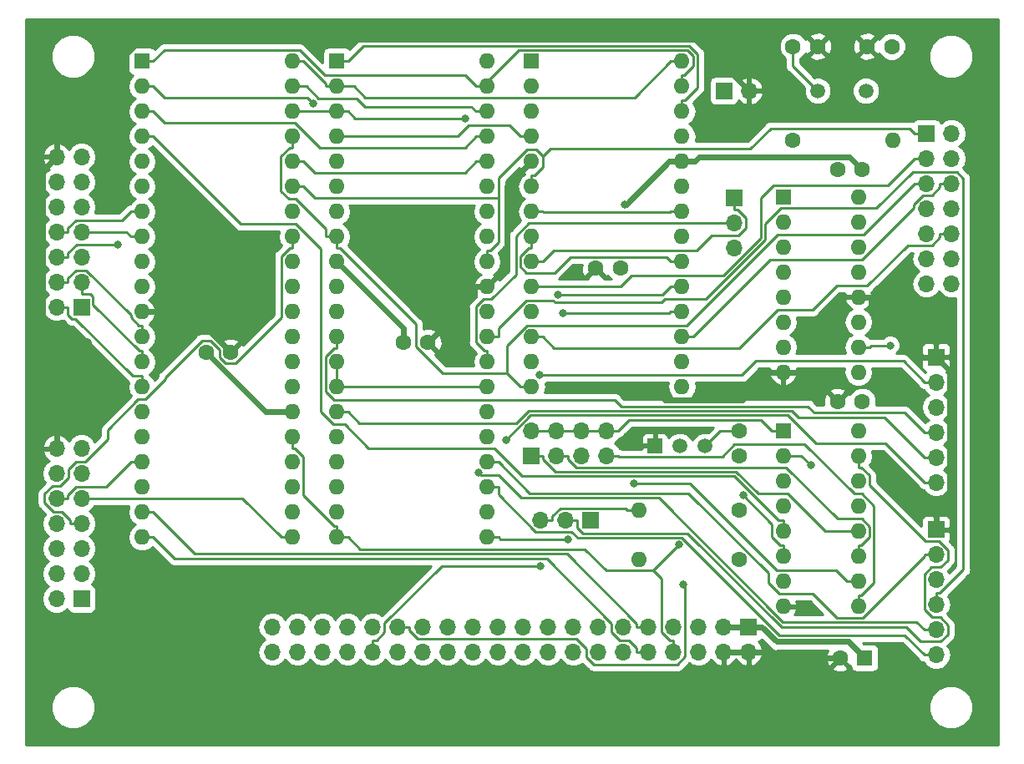
<source format=gtl>
G04 #@! TF.GenerationSoftware,KiCad,Pcbnew,(5.0.0-3-g5ebb6b6)*
G04 #@! TF.CreationDate,2019-09-11T12:01:12+09:00*
G04 #@! TF.ProjectId,KZ80_PIOSIO,4B5A38305F50494F53494F2E6B696361,rev?*
G04 #@! TF.SameCoordinates,Original*
G04 #@! TF.FileFunction,Copper,L1,Top,Signal*
G04 #@! TF.FilePolarity,Positive*
%FSLAX46Y46*%
G04 Gerber Fmt 4.6, Leading zero omitted, Abs format (unit mm)*
G04 Created by KiCad (PCBNEW (5.0.0-3-g5ebb6b6)) date 2019 September 11, Wednesday 12:01:12*
%MOMM*%
%LPD*%
G01*
G04 APERTURE LIST*
G04 #@! TA.AperFunction,ComponentPad*
%ADD10R,1.700000X1.700000*%
G04 #@! TD*
G04 #@! TA.AperFunction,ComponentPad*
%ADD11O,1.700000X1.700000*%
G04 #@! TD*
G04 #@! TA.AperFunction,ComponentPad*
%ADD12R,1.600000X1.600000*%
G04 #@! TD*
G04 #@! TA.AperFunction,ComponentPad*
%ADD13C,1.600000*%
G04 #@! TD*
G04 #@! TA.AperFunction,ComponentPad*
%ADD14C,1.500000*%
G04 #@! TD*
G04 #@! TA.AperFunction,ComponentPad*
%ADD15O,1.600000X1.600000*%
G04 #@! TD*
G04 #@! TA.AperFunction,ComponentPad*
%ADD16R,1.500000X1.500000*%
G04 #@! TD*
G04 #@! TA.AperFunction,ViaPad*
%ADD17C,0.800000*%
G04 #@! TD*
G04 #@! TA.AperFunction,Conductor*
%ADD18C,0.250000*%
G04 #@! TD*
G04 #@! TA.AperFunction,Conductor*
%ADD19C,0.600000*%
G04 #@! TD*
G04 #@! TA.AperFunction,Conductor*
%ADD20C,0.254000*%
G04 #@! TD*
G04 APERTURE END LIST*
D10*
G04 #@! TO.P,JP2,1*
G04 #@! TO.N,Net-(JP2-Pad1)*
X172510000Y-58880000D03*
D11*
G04 #@! TO.P,JP2,2*
G04 #@! TO.N,SIO-CLK*
X172510000Y-61420000D03*
G04 #@! TO.P,JP2,3*
G04 #@! TO.N,Net-(JP2-Pad3)*
X172510000Y-63960000D03*
G04 #@! TD*
D10*
G04 #@! TO.P,J8,1*
G04 #@! TO.N,~RD*
X192025000Y-52325000D03*
D11*
G04 #@! TO.P,J8,2*
G04 #@! TO.N,/~WR*
X194565000Y-52325000D03*
G04 #@! TO.P,J8,3*
G04 #@! TO.N,~IORQ*
X192025000Y-54865000D03*
G04 #@! TO.P,J8,4*
G04 #@! TO.N,/~MEMRQ*
X194565000Y-54865000D03*
G04 #@! TO.P,J8,5*
G04 #@! TO.N,~M1*
X192025000Y-57405000D03*
G04 #@! TO.P,J8,6*
G04 #@! TO.N,~RESET*
X194565000Y-57405000D03*
G04 #@! TO.P,J8,7*
G04 #@! TO.N,/~BUSREQ*
X192025000Y-59945000D03*
G04 #@! TO.P,J8,8*
G04 #@! TO.N,/~BUSACK*
X194565000Y-59945000D03*
G04 #@! TO.P,J8,9*
G04 #@! TO.N,/~NMI*
X192025000Y-62485000D03*
G04 #@! TO.P,J8,10*
G04 #@! TO.N,~INT-J*
X194565000Y-62485000D03*
G04 #@! TO.P,J8,11*
G04 #@! TO.N,/~RFSH*
X192025000Y-65025000D03*
G04 #@! TO.P,J8,12*
G04 #@! TO.N,/~WAIT*
X194565000Y-65025000D03*
G04 #@! TO.P,J8,13*
G04 #@! TO.N,/HALT*
X192025000Y-67565000D03*
G04 #@! TO.P,J8,14*
G04 #@! TO.N,Net-(J8-Pad14)*
X194565000Y-67565000D03*
G04 #@! TD*
D12*
G04 #@! TO.P,C9,1*
G04 #@! TO.N,VCC*
X185750000Y-105500000D03*
D13*
G04 #@! TO.P,C9,2*
G04 #@! TO.N,GND*
X183250000Y-105500000D03*
G04 #@! TD*
G04 #@! TO.P,C1,2*
G04 #@! TO.N,GND*
X141500000Y-73500000D03*
G04 #@! TO.P,C1,1*
G04 #@! TO.N,VCC*
X139000000Y-73500000D03*
G04 #@! TD*
G04 #@! TO.P,C2,1*
G04 #@! TO.N,VCC*
X119000000Y-74500000D03*
G04 #@! TO.P,C2,2*
G04 #@! TO.N,GND*
X121500000Y-74500000D03*
G04 #@! TD*
G04 #@! TO.P,C3,2*
G04 #@! TO.N,GND*
X158500000Y-66000000D03*
G04 #@! TO.P,C3,1*
G04 #@! TO.N,VCC*
X161000000Y-66000000D03*
G04 #@! TD*
G04 #@! TO.P,C4,1*
G04 #@! TO.N,VCC*
X185500000Y-79500000D03*
G04 #@! TO.P,C4,2*
G04 #@! TO.N,GND*
X183000000Y-79500000D03*
G04 #@! TD*
G04 #@! TO.P,C5,2*
G04 #@! TO.N,GND*
X183000000Y-56000000D03*
G04 #@! TO.P,C5,1*
G04 #@! TO.N,VCC*
X185500000Y-56000000D03*
G04 #@! TD*
G04 #@! TO.P,C6,1*
G04 #@! TO.N,Net-(C6-Pad1)*
X173000000Y-82500000D03*
G04 #@! TO.P,C6,2*
G04 #@! TO.N,A7*
X173000000Y-85000000D03*
G04 #@! TD*
G04 #@! TO.P,C7,2*
G04 #@! TO.N,GND*
X181000000Y-43500000D03*
G04 #@! TO.P,C7,1*
G04 #@! TO.N,Net-(C7-Pad1)*
X178500000Y-43500000D03*
G04 #@! TD*
G04 #@! TO.P,C8,1*
G04 #@! TO.N,Net-(C8-Pad1)*
X188500000Y-43500000D03*
G04 #@! TO.P,C8,2*
G04 #@! TO.N,GND*
X186000000Y-43500000D03*
G04 #@! TD*
D10*
G04 #@! TO.P,J6,1*
G04 #@! TO.N,Net-(J6-Pad1)*
X171500000Y-48000000D03*
D11*
G04 #@! TO.P,J6,2*
G04 #@! TO.N,GND*
X174040000Y-48000000D03*
G04 #@! TD*
D10*
G04 #@! TO.P,JP1,1*
G04 #@! TO.N,Net-(JP1-Pad1)*
X158000000Y-91500000D03*
D11*
G04 #@! TO.P,JP1,2*
G04 #@! TO.N,Net-(JP1-Pad2)*
X155460000Y-91500000D03*
G04 #@! TO.P,JP1,3*
G04 #@! TO.N,A7*
X152920000Y-91500000D03*
G04 #@! TD*
G04 #@! TO.P,J1,6*
G04 #@! TO.N,CTSA*
X193000000Y-87700000D03*
G04 #@! TO.P,J1,5*
G04 #@! TO.N,TxDA*
X193000000Y-85160000D03*
G04 #@! TO.P,J1,4*
G04 #@! TO.N,RxDA*
X193000000Y-82620000D03*
G04 #@! TO.P,J1,3*
G04 #@! TO.N,Net-(J1-Pad3)*
X193000000Y-80080000D03*
G04 #@! TO.P,J1,2*
G04 #@! TO.N,RTSA*
X193000000Y-77540000D03*
D10*
G04 #@! TO.P,J1,1*
G04 #@! TO.N,GND*
X193000000Y-75000000D03*
G04 #@! TD*
G04 #@! TO.P,J2,1*
G04 #@! TO.N,GND*
X193000000Y-92500000D03*
D11*
G04 #@! TO.P,J2,2*
G04 #@! TO.N,RTSB*
X193000000Y-95040000D03*
G04 #@! TO.P,J2,3*
G04 #@! TO.N,Net-(J2-Pad3)*
X193000000Y-97580000D03*
G04 #@! TO.P,J2,4*
G04 #@! TO.N,RxDB*
X193000000Y-100120000D03*
G04 #@! TO.P,J2,5*
G04 #@! TO.N,TxDB*
X193000000Y-102660000D03*
G04 #@! TO.P,J2,6*
G04 #@! TO.N,CTSB*
X193000000Y-105200000D03*
G04 #@! TD*
D10*
G04 #@! TO.P,J7,1*
G04 #@! TO.N,Net-(J7-Pad1)*
X152000000Y-85000000D03*
D11*
G04 #@! TO.P,J7,2*
G04 #@! TO.N,Net-(J7-Pad2)*
X152000000Y-82460000D03*
G04 #@! TO.P,J7,3*
G04 #@! TO.N,Net-(J7-Pad3)*
X154540000Y-85000000D03*
G04 #@! TO.P,J7,4*
G04 #@! TO.N,Net-(J7-Pad2)*
X154540000Y-82460000D03*
G04 #@! TO.P,J7,5*
G04 #@! TO.N,Net-(J7-Pad5)*
X157080000Y-85000000D03*
G04 #@! TO.P,J7,6*
G04 #@! TO.N,Net-(J7-Pad2)*
X157080000Y-82460000D03*
G04 #@! TO.P,J7,7*
G04 #@! TO.N,Net-(J7-Pad7)*
X159620000Y-85000000D03*
G04 #@! TO.P,J7,8*
G04 #@! TO.N,Net-(J7-Pad2)*
X159620000Y-82460000D03*
G04 #@! TD*
D10*
G04 #@! TO.P,J3,1*
G04 #@! TO.N,PA0*
X106375000Y-69930000D03*
D11*
G04 #@! TO.P,J3,2*
G04 #@! TO.N,PA1*
X103835000Y-69930000D03*
G04 #@! TO.P,J3,3*
G04 #@! TO.N,PA2*
X106375000Y-67390000D03*
G04 #@! TO.P,J3,4*
G04 #@! TO.N,PA3*
X103835000Y-67390000D03*
G04 #@! TO.P,J3,5*
G04 #@! TO.N,PA4*
X106375000Y-64850000D03*
G04 #@! TO.P,J3,6*
G04 #@! TO.N,PA5*
X103835000Y-64850000D03*
G04 #@! TO.P,J3,7*
G04 #@! TO.N,PA6*
X106375000Y-62310000D03*
G04 #@! TO.P,J3,8*
G04 #@! TO.N,PA7*
X103835000Y-62310000D03*
G04 #@! TO.P,J3,9*
G04 #@! TO.N,ARDY*
X106375000Y-59770000D03*
G04 #@! TO.P,J3,10*
G04 #@! TO.N,~ASTB*
X103835000Y-59770000D03*
G04 #@! TO.P,J3,11*
G04 #@! TO.N,Net-(J3-Pad11)*
X106375000Y-57230000D03*
G04 #@! TO.P,J3,12*
G04 #@! TO.N,Net-(J3-Pad12)*
X103835000Y-57230000D03*
G04 #@! TO.P,J3,13*
G04 #@! TO.N,VCC*
X106375000Y-54690000D03*
G04 #@! TO.P,J3,14*
G04 #@! TO.N,GND*
X103835000Y-54690000D03*
G04 #@! TD*
G04 #@! TO.P,J4,14*
G04 #@! TO.N,GND*
X103835000Y-84260000D03*
G04 #@! TO.P,J4,13*
G04 #@! TO.N,VCC*
X106375000Y-84260000D03*
G04 #@! TO.P,J4,12*
G04 #@! TO.N,Net-(J4-Pad12)*
X103835000Y-86800000D03*
G04 #@! TO.P,J4,11*
G04 #@! TO.N,Net-(J4-Pad11)*
X106375000Y-86800000D03*
G04 #@! TO.P,J4,10*
G04 #@! TO.N,~BSTB*
X103835000Y-89340000D03*
G04 #@! TO.P,J4,9*
G04 #@! TO.N,BRDY*
X106375000Y-89340000D03*
G04 #@! TO.P,J4,8*
G04 #@! TO.N,PB7*
X103835000Y-91880000D03*
G04 #@! TO.P,J4,7*
G04 #@! TO.N,PB6*
X106375000Y-91880000D03*
G04 #@! TO.P,J4,6*
G04 #@! TO.N,PB5*
X103835000Y-94420000D03*
G04 #@! TO.P,J4,5*
G04 #@! TO.N,PB4*
X106375000Y-94420000D03*
G04 #@! TO.P,J4,4*
G04 #@! TO.N,PB3*
X103835000Y-96960000D03*
G04 #@! TO.P,J4,3*
G04 #@! TO.N,PB2*
X106375000Y-96960000D03*
G04 #@! TO.P,J4,2*
G04 #@! TO.N,PB1*
X103835000Y-99500000D03*
D10*
G04 #@! TO.P,J4,1*
G04 #@! TO.N,PB0*
X106375000Y-99500000D03*
G04 #@! TD*
G04 #@! TO.P,J5,1*
G04 #@! TO.N,VCC*
X174000000Y-102362000D03*
D11*
G04 #@! TO.P,J5,2*
G04 #@! TO.N,GND*
X174000000Y-104902000D03*
G04 #@! TO.P,J5,3*
G04 #@! TO.N,VCC*
X171460000Y-102362000D03*
G04 #@! TO.P,J5,4*
G04 #@! TO.N,GND*
X171460000Y-104902000D03*
G04 #@! TO.P,J5,5*
G04 #@! TO.N,Net-(J5-Pad5)*
X168920000Y-102362000D03*
G04 #@! TO.P,J5,6*
G04 #@! TO.N,Net-(J5-Pad6)*
X168920000Y-104902000D03*
G04 #@! TO.P,J5,7*
G04 #@! TO.N,Net-(J5-Pad7)*
X166380000Y-102362000D03*
G04 #@! TO.P,J5,8*
G04 #@! TO.N,CLK*
X166380000Y-104902000D03*
G04 #@! TO.P,J5,9*
G04 #@! TO.N,/D0*
X163840000Y-102362000D03*
G04 #@! TO.P,J5,10*
G04 #@! TO.N,/D1*
X163840000Y-104902000D03*
G04 #@! TO.P,J5,11*
G04 #@! TO.N,/D2*
X161300000Y-102362000D03*
G04 #@! TO.P,J5,12*
G04 #@! TO.N,/D3*
X161300000Y-104902000D03*
G04 #@! TO.P,J5,13*
G04 #@! TO.N,/D4*
X158760000Y-102362000D03*
G04 #@! TO.P,J5,14*
G04 #@! TO.N,/D5*
X158760000Y-104902000D03*
G04 #@! TO.P,J5,15*
G04 #@! TO.N,/D6*
X156220000Y-102362000D03*
G04 #@! TO.P,J5,16*
G04 #@! TO.N,/D7*
X156220000Y-104902000D03*
G04 #@! TO.P,J5,17*
G04 #@! TO.N,/~IOR*
X153680000Y-102362000D03*
G04 #@! TO.P,J5,18*
G04 #@! TO.N,/~MEMR*
X153680000Y-104902000D03*
G04 #@! TO.P,J5,19*
G04 #@! TO.N,/~IOW*
X151140000Y-102362000D03*
G04 #@! TO.P,J5,20*
G04 #@! TO.N,/~MEMW*
X151140000Y-104902000D03*
G04 #@! TO.P,J5,21*
G04 #@! TO.N,/RES*
X148600000Y-102362000D03*
G04 #@! TO.P,J5,22*
G04 #@! TO.N,/HLDA*
X148600000Y-104902000D03*
G04 #@! TO.P,J5,23*
G04 #@! TO.N,/INT*
X146060000Y-102362000D03*
G04 #@! TO.P,J5,24*
G04 #@! TO.N,/HOLD*
X146060000Y-104902000D03*
G04 #@! TO.P,J5,25*
G04 #@! TO.N,A0*
X143520000Y-102362000D03*
G04 #@! TO.P,J5,26*
G04 #@! TO.N,A1*
X143520000Y-104902000D03*
G04 #@! TO.P,J5,27*
G04 #@! TO.N,/A2*
X140980000Y-102362000D03*
G04 #@! TO.P,J5,28*
G04 #@! TO.N,A3*
X140980000Y-104902000D03*
G04 #@! TO.P,J5,29*
G04 #@! TO.N,A4*
X138440000Y-102362000D03*
G04 #@! TO.P,J5,30*
G04 #@! TO.N,A5*
X138440000Y-104902000D03*
G04 #@! TO.P,J5,31*
G04 #@! TO.N,A6*
X135900000Y-102362000D03*
G04 #@! TO.P,J5,32*
G04 #@! TO.N,A7*
X135900000Y-104902000D03*
G04 #@! TO.P,J5,33*
G04 #@! TO.N,/A8*
X133360000Y-102362000D03*
G04 #@! TO.P,J5,34*
G04 #@! TO.N,/A9*
X133360000Y-104902000D03*
G04 #@! TO.P,J5,35*
G04 #@! TO.N,/A10*
X130820000Y-102362000D03*
G04 #@! TO.P,J5,36*
G04 #@! TO.N,/A11*
X130820000Y-104902000D03*
G04 #@! TO.P,J5,37*
G04 #@! TO.N,/A12*
X128280000Y-102362000D03*
G04 #@! TO.P,J5,38*
G04 #@! TO.N,/A13*
X128280000Y-104902000D03*
G04 #@! TO.P,J5,39*
G04 #@! TO.N,/A14*
X125740000Y-102362000D03*
G04 #@! TO.P,J5,40*
G04 #@! TO.N,/A15*
X125740000Y-104902000D03*
G04 #@! TD*
D14*
G04 #@! TO.P,Y1,1*
G04 #@! TO.N,Net-(C7-Pad1)*
X181000000Y-48000000D03*
G04 #@! TO.P,Y1,2*
G04 #@! TO.N,Net-(C8-Pad1)*
X185880000Y-48000000D03*
G04 #@! TD*
D15*
G04 #@! TO.P,U3,16*
G04 #@! TO.N,VCC*
X185120000Y-82500000D03*
G04 #@! TO.P,U3,8*
G04 #@! TO.N,GND*
X177500000Y-100280000D03*
G04 #@! TO.P,U3,15*
G04 #@! TO.N,Net-(JP1-Pad2)*
X185120000Y-85040000D03*
G04 #@! TO.P,U3,7*
G04 #@! TO.N,Net-(U3-Pad7)*
X177500000Y-97740000D03*
G04 #@! TO.P,U3,14*
G04 #@! TO.N,A5*
X185120000Y-87580000D03*
G04 #@! TO.P,U3,6*
G04 #@! TO.N,CTC-CE*
X177500000Y-95200000D03*
G04 #@! TO.P,U3,13*
G04 #@! TO.N,A6*
X185120000Y-90120000D03*
G04 #@! TO.P,U3,5*
G04 #@! TO.N,PIO-CE*
X177500000Y-92660000D03*
G04 #@! TO.P,U3,12*
G04 #@! TO.N,Net-(J7-Pad1)*
X185120000Y-92660000D03*
G04 #@! TO.P,U3,4*
G04 #@! TO.N,SIO-CE*
X177500000Y-90120000D03*
G04 #@! TO.P,U3,11*
G04 #@! TO.N,Net-(J7-Pad3)*
X185120000Y-95200000D03*
G04 #@! TO.P,U3,3*
G04 #@! TO.N,A4*
X177500000Y-87580000D03*
G04 #@! TO.P,U3,10*
G04 #@! TO.N,Net-(J7-Pad5)*
X185120000Y-97740000D03*
G04 #@! TO.P,U3,2*
G04 #@! TO.N,A3*
X177500000Y-85040000D03*
G04 #@! TO.P,U3,9*
G04 #@! TO.N,Net-(J7-Pad7)*
X185120000Y-100280000D03*
D12*
G04 #@! TO.P,U3,1*
G04 #@! TO.N,Net-(J7-Pad2)*
X177500000Y-82500000D03*
G04 #@! TD*
G04 #@! TO.P,U5,1*
G04 #@! TO.N,Net-(U5-Pad1)*
X177500000Y-58750000D03*
D15*
G04 #@! TO.P,U5,9*
G04 #@! TO.N,Net-(U5-Pad9)*
X185120000Y-76530000D03*
G04 #@! TO.P,U5,2*
G04 #@! TO.N,Net-(U5-Pad2)*
X177500000Y-61290000D03*
G04 #@! TO.P,U5,10*
G04 #@! TO.N,Net-(C8-Pad1)*
X185120000Y-73990000D03*
G04 #@! TO.P,U5,3*
G04 #@! TO.N,Net-(U5-Pad3)*
X177500000Y-63830000D03*
G04 #@! TO.P,U5,11*
G04 #@! TO.N,Net-(C7-Pad1)*
X185120000Y-71450000D03*
G04 #@! TO.P,U5,4*
G04 #@! TO.N,Net-(U5-Pad4)*
X177500000Y-66370000D03*
G04 #@! TO.P,U5,12*
G04 #@! TO.N,GND*
X185120000Y-68910000D03*
G04 #@! TO.P,U5,5*
G04 #@! TO.N,Net-(U5-Pad5)*
X177500000Y-68910000D03*
G04 #@! TO.P,U5,13*
G04 #@! TO.N,Net-(U5-Pad13)*
X185120000Y-66370000D03*
G04 #@! TO.P,U5,6*
G04 #@! TO.N,Net-(U5-Pad6)*
X177500000Y-71450000D03*
G04 #@! TO.P,U5,14*
G04 #@! TO.N,Net-(U5-Pad14)*
X185120000Y-63830000D03*
G04 #@! TO.P,U5,7*
G04 #@! TO.N,Net-(JP2-Pad3)*
X177500000Y-73990000D03*
G04 #@! TO.P,U5,15*
G04 #@! TO.N,Net-(U5-Pad15)*
X185120000Y-61290000D03*
G04 #@! TO.P,U5,8*
G04 #@! TO.N,GND*
X177500000Y-76530000D03*
G04 #@! TO.P,U5,16*
G04 #@! TO.N,VCC*
X185120000Y-58750000D03*
G04 #@! TD*
D12*
G04 #@! TO.P,U4,1*
G04 #@! TO.N,/D4*
X152000000Y-45000000D03*
D15*
G04 #@! TO.P,U4,15*
G04 #@! TO.N,CLK*
X167240000Y-78020000D03*
G04 #@! TO.P,U4,2*
G04 #@! TO.N,/D5*
X152000000Y-47540000D03*
G04 #@! TO.P,U4,16*
G04 #@! TO.N,CTC-CE*
X167240000Y-75480000D03*
G04 #@! TO.P,U4,3*
G04 #@! TO.N,/D6*
X152000000Y-50080000D03*
G04 #@! TO.P,U4,17*
G04 #@! TO.N,~RESET*
X167240000Y-72940000D03*
G04 #@! TO.P,U4,4*
G04 #@! TO.N,/D7*
X152000000Y-52620000D03*
G04 #@! TO.P,U4,18*
G04 #@! TO.N,A0*
X167240000Y-70400000D03*
G04 #@! TO.P,U4,5*
G04 #@! TO.N,GND*
X152000000Y-55160000D03*
G04 #@! TO.P,U4,19*
G04 #@! TO.N,A1*
X167240000Y-67860000D03*
G04 #@! TO.P,U4,6*
G04 #@! TO.N,~RD*
X152000000Y-57700000D03*
G04 #@! TO.P,U4,20*
G04 #@! TO.N,Net-(J6-Pad1)*
X167240000Y-65320000D03*
G04 #@! TO.P,U4,7*
G04 #@! TO.N,Net-(U4-Pad22)*
X152000000Y-60240000D03*
G04 #@! TO.P,U4,21*
G04 #@! TO.N,Net-(JP2-Pad3)*
X167240000Y-62780000D03*
G04 #@! TO.P,U4,8*
G04 #@! TO.N,Net-(J6-Pad1)*
X152000000Y-62780000D03*
G04 #@! TO.P,U4,22*
G04 #@! TO.N,Net-(U4-Pad22)*
X167240000Y-60240000D03*
G04 #@! TO.P,U4,9*
G04 #@! TO.N,Net-(JP2-Pad1)*
X152000000Y-65320000D03*
G04 #@! TO.P,U4,23*
G04 #@! TO.N,Net-(JP2-Pad3)*
X167240000Y-57700000D03*
G04 #@! TO.P,U4,10*
G04 #@! TO.N,~IORQ*
X152000000Y-67860000D03*
G04 #@! TO.P,U4,24*
G04 #@! TO.N,VCC*
X167240000Y-55160000D03*
G04 #@! TO.P,U4,11*
G04 #@! TO.N,Net-(U4-Pad11)*
X152000000Y-70400000D03*
G04 #@! TO.P,U4,25*
G04 #@! TO.N,/D0*
X167240000Y-52620000D03*
G04 #@! TO.P,U4,12*
G04 #@! TO.N,~INT-J*
X152000000Y-72940000D03*
G04 #@! TO.P,U4,26*
G04 #@! TO.N,/D1*
X167240000Y-50080000D03*
G04 #@! TO.P,U4,13*
G04 #@! TO.N,Net-(U2-Pad22)*
X152000000Y-75480000D03*
G04 #@! TO.P,U4,27*
G04 #@! TO.N,/D2*
X167240000Y-47540000D03*
G04 #@! TO.P,U4,14*
G04 #@! TO.N,~M1*
X152000000Y-78020000D03*
G04 #@! TO.P,U4,28*
G04 #@! TO.N,/D3*
X167240000Y-45000000D03*
G04 #@! TD*
G04 #@! TO.P,U1,40*
G04 #@! TO.N,/D0*
X147490000Y-45000000D03*
G04 #@! TO.P,U1,20*
G04 #@! TO.N,CLK*
X132250000Y-93260000D03*
G04 #@! TO.P,U1,39*
G04 #@! TO.N,/D2*
X147490000Y-47540000D03*
G04 #@! TO.P,U1,19*
G04 #@! TO.N,Net-(U1-Pad16)*
X132250000Y-90720000D03*
G04 #@! TO.P,U1,38*
G04 #@! TO.N,/D4*
X147490000Y-50080000D03*
G04 #@! TO.P,U1,18*
G04 #@! TO.N,CTSA*
X132250000Y-88180000D03*
G04 #@! TO.P,U1,37*
G04 #@! TO.N,/D6*
X147490000Y-52620000D03*
G04 #@! TO.P,U1,17*
G04 #@! TO.N,RTSA*
X132250000Y-85640000D03*
G04 #@! TO.P,U1,36*
G04 #@! TO.N,~IORQ*
X147490000Y-55160000D03*
G04 #@! TO.P,U1,16*
G04 #@! TO.N,Net-(U1-Pad16)*
X132250000Y-83100000D03*
G04 #@! TO.P,U1,35*
G04 #@! TO.N,SIO-CE*
X147490000Y-57700000D03*
G04 #@! TO.P,U1,15*
G04 #@! TO.N,TxDA*
X132250000Y-80560000D03*
G04 #@! TO.P,U1,34*
G04 #@! TO.N,A0*
X147490000Y-60240000D03*
G04 #@! TO.P,U1,14*
G04 #@! TO.N,SIO-CLK*
X132250000Y-78020000D03*
G04 #@! TO.P,U1,33*
G04 #@! TO.N,A1*
X147490000Y-62780000D03*
G04 #@! TO.P,U1,13*
G04 #@! TO.N,SIO-CLK*
X132250000Y-75480000D03*
G04 #@! TO.P,U1,32*
G04 #@! TO.N,~RD*
X147490000Y-65320000D03*
G04 #@! TO.P,U1,12*
G04 #@! TO.N,RxDA*
X132250000Y-72940000D03*
G04 #@! TO.P,U1,31*
G04 #@! TO.N,GND*
X147490000Y-67860000D03*
G04 #@! TO.P,U1,11*
G04 #@! TO.N,Net-(U1-Pad11)*
X132250000Y-70400000D03*
G04 #@! TO.P,U1,30*
G04 #@! TO.N,Net-(U1-Pad30)*
X147490000Y-70400000D03*
G04 #@! TO.P,U1,10*
G04 #@! TO.N,Net-(U1-Pad10)*
X132250000Y-67860000D03*
G04 #@! TO.P,U1,29*
G04 #@! TO.N,RxDB*
X147490000Y-72940000D03*
G04 #@! TO.P,U1,9*
G04 #@! TO.N,VCC*
X132250000Y-65320000D03*
G04 #@! TO.P,U1,28*
G04 #@! TO.N,SIO-CLK*
X147490000Y-75480000D03*
G04 #@! TO.P,U1,8*
G04 #@! TO.N,~M1*
X132250000Y-62780000D03*
G04 #@! TO.P,U1,27*
G04 #@! TO.N,SIO-CLK*
X147490000Y-78020000D03*
G04 #@! TO.P,U1,7*
G04 #@! TO.N,Net-(U1-Pad7)*
X132250000Y-60240000D03*
G04 #@! TO.P,U1,26*
G04 #@! TO.N,TxDB*
X147490000Y-80560000D03*
G04 #@! TO.P,U1,6*
G04 #@! TO.N,VCC*
X132250000Y-57700000D03*
G04 #@! TO.P,U1,25*
G04 #@! TO.N,Net-(U1-Pad22)*
X147490000Y-83100000D03*
G04 #@! TO.P,U1,5*
G04 #@! TO.N,~INT-J*
X132250000Y-55160000D03*
G04 #@! TO.P,U1,24*
G04 #@! TO.N,RTSB*
X147490000Y-85640000D03*
G04 #@! TO.P,U1,4*
G04 #@! TO.N,/D7*
X132250000Y-52620000D03*
G04 #@! TO.P,U1,23*
G04 #@! TO.N,CTSB*
X147490000Y-88180000D03*
G04 #@! TO.P,U1,3*
G04 #@! TO.N,/D5*
X132250000Y-50080000D03*
G04 #@! TO.P,U1,22*
G04 #@! TO.N,Net-(U1-Pad22)*
X147490000Y-90720000D03*
G04 #@! TO.P,U1,2*
G04 #@! TO.N,/D3*
X132250000Y-47540000D03*
G04 #@! TO.P,U1,21*
G04 #@! TO.N,~RESET*
X147490000Y-93260000D03*
D12*
G04 #@! TO.P,U1,1*
G04 #@! TO.N,/D1*
X132250000Y-45000000D03*
G04 #@! TD*
G04 #@! TO.P,U2,1*
G04 #@! TO.N,/D2*
X112500000Y-45000000D03*
D15*
G04 #@! TO.P,U2,21*
G04 #@! TO.N,BRDY*
X127740000Y-93260000D03*
G04 #@! TO.P,U2,2*
G04 #@! TO.N,/D7*
X112500000Y-47540000D03*
G04 #@! TO.P,U2,22*
G04 #@! TO.N,Net-(U2-Pad22)*
X127740000Y-90720000D03*
G04 #@! TO.P,U2,3*
G04 #@! TO.N,/D6*
X112500000Y-50080000D03*
G04 #@! TO.P,U2,23*
G04 #@! TO.N,~INT-J*
X127740000Y-88180000D03*
G04 #@! TO.P,U2,4*
G04 #@! TO.N,PIO-CE*
X112500000Y-52620000D03*
G04 #@! TO.P,U2,24*
G04 #@! TO.N,Net-(U1-Pad7)*
X127740000Y-85640000D03*
G04 #@! TO.P,U2,5*
G04 #@! TO.N,A1*
X112500000Y-55160000D03*
G04 #@! TO.P,U2,25*
G04 #@! TO.N,CLK*
X127740000Y-83100000D03*
G04 #@! TO.P,U2,6*
G04 #@! TO.N,A0*
X112500000Y-57700000D03*
G04 #@! TO.P,U2,26*
G04 #@! TO.N,VCC*
X127740000Y-80560000D03*
G04 #@! TO.P,U2,7*
G04 #@! TO.N,PA7*
X112500000Y-60240000D03*
G04 #@! TO.P,U2,27*
G04 #@! TO.N,PB0*
X127740000Y-78020000D03*
G04 #@! TO.P,U2,8*
G04 #@! TO.N,PA6*
X112500000Y-62780000D03*
G04 #@! TO.P,U2,28*
G04 #@! TO.N,PB1*
X127740000Y-75480000D03*
G04 #@! TO.P,U2,9*
G04 #@! TO.N,PA5*
X112500000Y-65320000D03*
G04 #@! TO.P,U2,29*
G04 #@! TO.N,PB2*
X127740000Y-72940000D03*
G04 #@! TO.P,U2,10*
G04 #@! TO.N,PA4*
X112500000Y-67860000D03*
G04 #@! TO.P,U2,30*
G04 #@! TO.N,PB3*
X127740000Y-70400000D03*
G04 #@! TO.P,U2,11*
G04 #@! TO.N,GND*
X112500000Y-70400000D03*
G04 #@! TO.P,U2,31*
G04 #@! TO.N,PB4*
X127740000Y-67860000D03*
G04 #@! TO.P,U2,12*
G04 #@! TO.N,PA3*
X112500000Y-72940000D03*
G04 #@! TO.P,U2,32*
G04 #@! TO.N,PB5*
X127740000Y-65320000D03*
G04 #@! TO.P,U2,13*
G04 #@! TO.N,PA2*
X112500000Y-75480000D03*
G04 #@! TO.P,U2,33*
G04 #@! TO.N,PB6*
X127740000Y-62780000D03*
G04 #@! TO.P,U2,14*
G04 #@! TO.N,PA1*
X112500000Y-78020000D03*
G04 #@! TO.P,U2,34*
G04 #@! TO.N,PB7*
X127740000Y-60240000D03*
G04 #@! TO.P,U2,15*
G04 #@! TO.N,PA0*
X112500000Y-80560000D03*
G04 #@! TO.P,U2,35*
G04 #@! TO.N,~RD*
X127740000Y-57700000D03*
G04 #@! TO.P,U2,16*
G04 #@! TO.N,~ASTB*
X112500000Y-83100000D03*
G04 #@! TO.P,U2,36*
G04 #@! TO.N,~IORQ*
X127740000Y-55160000D03*
G04 #@! TO.P,U2,17*
G04 #@! TO.N,~BSTB*
X112500000Y-85640000D03*
G04 #@! TO.P,U2,37*
G04 #@! TO.N,~M1*
X127740000Y-52620000D03*
G04 #@! TO.P,U2,18*
G04 #@! TO.N,ARDY*
X112500000Y-88180000D03*
G04 #@! TO.P,U2,38*
G04 #@! TO.N,/D5*
X127740000Y-50080000D03*
G04 #@! TO.P,U2,19*
G04 #@! TO.N,/D0*
X112500000Y-90720000D03*
G04 #@! TO.P,U2,39*
G04 #@! TO.N,/D4*
X127740000Y-47540000D03*
G04 #@! TO.P,U2,20*
G04 #@! TO.N,/D1*
X112500000Y-93260000D03*
G04 #@! TO.P,U2,40*
G04 #@! TO.N,/D3*
X127740000Y-45000000D03*
G04 #@! TD*
D14*
G04 #@! TO.P,Q1,2*
G04 #@! TO.N,Net-(JP1-Pad1)*
X167040000Y-84000000D03*
G04 #@! TO.P,Q1,3*
G04 #@! TO.N,Net-(C6-Pad1)*
X169580000Y-84000000D03*
D16*
G04 #@! TO.P,Q1,1*
G04 #@! TO.N,GND*
X164500000Y-84000000D03*
G04 #@! TD*
D13*
G04 #@! TO.P,R1,1*
G04 #@! TO.N,Net-(C6-Pad1)*
X173000000Y-90500000D03*
D15*
G04 #@! TO.P,R1,2*
G04 #@! TO.N,A7*
X162840000Y-90500000D03*
G04 #@! TD*
G04 #@! TO.P,R2,2*
G04 #@! TO.N,Net-(JP1-Pad1)*
X162840000Y-95500000D03*
D13*
G04 #@! TO.P,R2,1*
G04 #@! TO.N,VCC*
X173000000Y-95500000D03*
G04 #@! TD*
G04 #@! TO.P,R3,1*
G04 #@! TO.N,Net-(C7-Pad1)*
X178500000Y-53000000D03*
D15*
G04 #@! TO.P,R3,2*
G04 #@! TO.N,Net-(C8-Pad1)*
X188660000Y-53000000D03*
G04 #@! TD*
D17*
G04 #@! TO.N,Net-(C8-Pad1)*
X188339300Y-73805400D03*
G04 #@! TO.N,VCC*
X161466700Y-59530400D03*
G04 #@! TO.N,A7*
X152859200Y-96157200D03*
G04 #@! TO.N,GND*
X164992800Y-78775600D03*
X107036400Y-73473300D03*
G04 #@! TO.N,/D7*
X129860900Y-49269200D03*
G04 #@! TO.N,A0*
X155182300Y-70572200D03*
G04 #@! TO.N,CLK*
X166926100Y-94033500D03*
G04 #@! TO.N,A1*
X154656100Y-68713100D03*
G04 #@! TO.N,PA5*
X110040000Y-63620400D03*
G04 #@! TO.N,/D5*
X145312800Y-50787300D03*
G04 #@! TO.N,CTSA*
X149400100Y-83397700D03*
G04 #@! TO.N,RTSA*
X152811900Y-76837200D03*
G04 #@! TO.N,TxDB*
X146594100Y-86734300D03*
G04 #@! TO.N,~RESET*
X155678300Y-93505400D03*
G04 #@! TO.N,CTC-CE*
X173467800Y-89033700D03*
G04 #@! TO.N,A4*
X167361500Y-98048100D03*
G04 #@! TO.N,Net-(J7-Pad5)*
X162345100Y-87855300D03*
G04 #@! TO.N,A3*
X180297500Y-85994500D03*
G04 #@! TD*
D18*
G04 #@! TO.N,Net-(C7-Pad1)*
X181000000Y-48000000D02*
X178500000Y-45500000D01*
X178500000Y-45500000D02*
X178500000Y-43500000D01*
G04 #@! TO.N,Net-(C8-Pad1)*
X188339300Y-73805400D02*
X186429900Y-73805400D01*
X186429900Y-73805400D02*
X186245300Y-73990000D01*
X185120000Y-73990000D02*
X186245300Y-73990000D01*
D19*
G04 #@! TO.N,VCC*
X175350300Y-102362000D02*
X176831200Y-103842900D01*
X176831200Y-103842900D02*
X184092900Y-103842900D01*
X184092900Y-103842900D02*
X185750000Y-105500000D01*
X167240000Y-55160000D02*
X168540300Y-55160000D01*
X185500000Y-56000000D02*
X184188600Y-54688600D01*
X184188600Y-54688600D02*
X169011700Y-54688600D01*
X169011700Y-54688600D02*
X168540300Y-55160000D01*
X126439700Y-80560000D02*
X125060000Y-80560000D01*
X125060000Y-80560000D02*
X119000000Y-74500000D01*
X132250000Y-65320000D02*
X139000000Y-72070000D01*
X139000000Y-72070000D02*
X139000000Y-73500000D01*
X165939700Y-55160000D02*
X161569300Y-59530400D01*
X161569300Y-59530400D02*
X161466700Y-59530400D01*
X127740000Y-80560000D02*
X126439700Y-80560000D01*
X167240000Y-55160000D02*
X165939700Y-55160000D01*
X174000000Y-102362000D02*
X175350300Y-102362000D01*
X172810300Y-102362000D02*
X174000000Y-102362000D01*
X171460000Y-102362000D02*
X172810300Y-102362000D01*
D18*
G04 #@! TO.N,Net-(C6-Pad1)*
X169580000Y-84000000D02*
X171080000Y-82500000D01*
X171080000Y-82500000D02*
X173000000Y-82500000D01*
G04 #@! TO.N,A7*
X152920000Y-91500000D02*
X154095300Y-91500000D01*
X162840000Y-90500000D02*
X161714700Y-90500000D01*
X161714700Y-90500000D02*
X161539400Y-90324700D01*
X161539400Y-90324700D02*
X154903200Y-90324700D01*
X154903200Y-90324700D02*
X154095300Y-91132600D01*
X154095300Y-91132600D02*
X154095300Y-91500000D01*
X135900000Y-104902000D02*
X135900000Y-103726700D01*
X152859200Y-96157200D02*
X142897400Y-96157200D01*
X142897400Y-96157200D02*
X137075300Y-101979300D01*
X137075300Y-101979300D02*
X137075300Y-102918800D01*
X137075300Y-102918800D02*
X136267400Y-103726700D01*
X136267400Y-103726700D02*
X135900000Y-103726700D01*
D19*
G04 #@! TO.N,GND*
X152000000Y-55160000D02*
X149513800Y-57646200D01*
X149513800Y-57646200D02*
X149513800Y-65836200D01*
X149513800Y-65836200D02*
X147490000Y-67860000D01*
X176199700Y-76530000D02*
X173398500Y-79331200D01*
X173398500Y-79331200D02*
X165548400Y-79331200D01*
X165548400Y-79331200D02*
X164992800Y-78775600D01*
X191649700Y-75000000D02*
X186420300Y-69770600D01*
X186420300Y-69770600D02*
X186420300Y-68910000D01*
X174000000Y-104902000D02*
X175350300Y-104902000D01*
X183250000Y-105500000D02*
X175948300Y-105500000D01*
X175948300Y-105500000D02*
X175350300Y-104902000D01*
X177500000Y-76530000D02*
X176199700Y-76530000D01*
X185120000Y-68910000D02*
X186420300Y-68910000D01*
X193000000Y-75000000D02*
X191649700Y-75000000D01*
X183000000Y-79500000D02*
X180030000Y-76530000D01*
X180030000Y-76530000D02*
X178800300Y-76530000D01*
X193000000Y-92500000D02*
X193000000Y-91149700D01*
X193000000Y-75000000D02*
X194350300Y-76350300D01*
X194350300Y-76350300D02*
X194350300Y-89799400D01*
X194350300Y-89799400D02*
X193000000Y-91149700D01*
X174040000Y-48000000D02*
X168809700Y-42769700D01*
X168809700Y-42769700D02*
X112418300Y-42769700D01*
X112418300Y-42769700D02*
X103835000Y-51353000D01*
X103835000Y-51353000D02*
X103835000Y-54690000D01*
X103835000Y-73473300D02*
X102442900Y-72081200D01*
X102442900Y-72081200D02*
X102442900Y-56082100D01*
X102442900Y-56082100D02*
X103835000Y-54690000D01*
X107036400Y-73473300D02*
X103835000Y-73473300D01*
X103835000Y-73473300D02*
X103835000Y-82909700D01*
X103835000Y-84260000D02*
X103835000Y-82909700D01*
X112500000Y-70400000D02*
X117400000Y-70400000D01*
X117400000Y-70400000D02*
X121500000Y-74500000D01*
X177500000Y-76530000D02*
X178800300Y-76530000D01*
X171460000Y-104902000D02*
X174000000Y-104902000D01*
X147490000Y-67860000D02*
X146189700Y-67860000D01*
X146189700Y-67860000D02*
X146189700Y-68810300D01*
X146189700Y-68810300D02*
X141500000Y-73500000D01*
D18*
G04 #@! TO.N,/D2*
X167240000Y-46977300D02*
X167240000Y-46414700D01*
X167240000Y-47540000D02*
X167240000Y-46977300D01*
X147040000Y-47540000D02*
X150705800Y-43874200D01*
X150705800Y-43874200D02*
X167763300Y-43874200D01*
X167763300Y-43874200D02*
X168365300Y-44476200D01*
X168365300Y-44476200D02*
X168365300Y-45482200D01*
X168365300Y-45482200D02*
X167432800Y-46414700D01*
X167432800Y-46414700D02*
X167240000Y-46414700D01*
X147040000Y-47540000D02*
X146364700Y-47540000D01*
X147490000Y-47540000D02*
X147040000Y-47540000D01*
X112500000Y-45000000D02*
X113625300Y-45000000D01*
X146364700Y-47540000D02*
X145239400Y-46414700D01*
X145239400Y-46414700D02*
X131005600Y-46414700D01*
X131005600Y-46414700D02*
X128465600Y-43874700D01*
X128465600Y-43874700D02*
X114750600Y-43874700D01*
X114750600Y-43874700D02*
X113625300Y-45000000D01*
G04 #@! TO.N,BRDY*
X106375000Y-89340000D02*
X107550300Y-89340000D01*
X127740000Y-93260000D02*
X126614700Y-93260000D01*
X126614700Y-93260000D02*
X122694700Y-89340000D01*
X122694700Y-89340000D02*
X107550300Y-89340000D01*
G04 #@! TO.N,/D7*
X113625300Y-47540000D02*
X114750600Y-48665300D01*
X114750600Y-48665300D02*
X129257000Y-48665300D01*
X129257000Y-48665300D02*
X129860900Y-49269200D01*
X112500000Y-47540000D02*
X113625300Y-47540000D01*
X133375300Y-52620000D02*
X144505900Y-52620000D01*
X144505900Y-52620000D02*
X145631200Y-51494700D01*
X145631200Y-51494700D02*
X149749400Y-51494700D01*
X149749400Y-51494700D02*
X150874700Y-52620000D01*
X152000000Y-52620000D02*
X150874700Y-52620000D01*
X132250000Y-52620000D02*
X133375300Y-52620000D01*
G04 #@! TO.N,/D6*
X147490000Y-52620000D02*
X146364700Y-52620000D01*
X112500000Y-50080000D02*
X113625300Y-50080000D01*
X113625300Y-50080000D02*
X114750600Y-51205300D01*
X114750600Y-51205300D02*
X127970600Y-51205300D01*
X127970600Y-51205300D02*
X130510600Y-53745300D01*
X130510600Y-53745300D02*
X145239400Y-53745300D01*
X145239400Y-53745300D02*
X146364700Y-52620000D01*
G04 #@! TO.N,~INT-J*
X194565000Y-62485000D02*
X193389700Y-62485000D01*
X152000000Y-72940000D02*
X153125300Y-72940000D01*
X153125300Y-72940000D02*
X154274700Y-74089400D01*
X154274700Y-74089400D02*
X173060400Y-74089400D01*
X173060400Y-74089400D02*
X176969800Y-70180000D01*
X176969800Y-70180000D02*
X180520500Y-70180000D01*
X180520500Y-70180000D02*
X182924400Y-67776100D01*
X182924400Y-67776100D02*
X186022800Y-67776100D01*
X186022800Y-67776100D02*
X190138600Y-63660300D01*
X190138600Y-63660300D02*
X192581800Y-63660300D01*
X192581800Y-63660300D02*
X193389700Y-62852400D01*
X193389700Y-62852400D02*
X193389700Y-62485000D01*
G04 #@! TO.N,PIO-CE*
X177500000Y-92660000D02*
X177500000Y-91534700D01*
X177500000Y-91534700D02*
X176994600Y-91534700D01*
X176994600Y-91534700D02*
X172549100Y-87089200D01*
X172549100Y-87089200D02*
X151060600Y-87089200D01*
X151060600Y-87089200D02*
X148196800Y-84225400D01*
X148196800Y-84225400D02*
X135465200Y-84225400D01*
X135465200Y-84225400D02*
X133069800Y-81830000D01*
X133069800Y-81830000D02*
X131862600Y-81830000D01*
X131862600Y-81830000D02*
X130592800Y-80560200D01*
X130592800Y-80560200D02*
X130592800Y-63984900D01*
X130592800Y-63984900D02*
X128117900Y-61510000D01*
X128117900Y-61510000D02*
X122515300Y-61510000D01*
X122515300Y-61510000D02*
X113625300Y-52620000D01*
X112500000Y-52620000D02*
X113625300Y-52620000D01*
G04 #@! TO.N,A0*
X167240000Y-70400000D02*
X166114700Y-70400000D01*
X155182300Y-70572200D02*
X165942500Y-70572200D01*
X165942500Y-70572200D02*
X166114700Y-70400000D01*
G04 #@! TO.N,CLK*
X164334200Y-96625400D02*
X165204700Y-97495900D01*
X165204700Y-97495900D02*
X165204700Y-102918800D01*
X165204700Y-102918800D02*
X166012600Y-103726700D01*
X166012600Y-103726700D02*
X166380000Y-103726700D01*
X133375300Y-93260000D02*
X134582400Y-94467100D01*
X134582400Y-94467100D02*
X157389700Y-94467100D01*
X157389700Y-94467100D02*
X159548000Y-96625400D01*
X159548000Y-96625400D02*
X164334200Y-96625400D01*
X164334200Y-96625400D02*
X166926100Y-94033500D01*
X132250000Y-93260000D02*
X132250000Y-92134700D01*
X127740000Y-83100000D02*
X127740000Y-84225300D01*
X127740000Y-84225300D02*
X128021400Y-84225300D01*
X128021400Y-84225300D02*
X128865300Y-85069200D01*
X128865300Y-85069200D02*
X128865300Y-89031300D01*
X128865300Y-89031300D02*
X131968700Y-92134700D01*
X131968700Y-92134700D02*
X132250000Y-92134700D01*
X166380000Y-104902000D02*
X166380000Y-103726700D01*
X132250000Y-93260000D02*
X133375300Y-93260000D01*
G04 #@! TO.N,A1*
X166114700Y-67860000D02*
X165261600Y-68713100D01*
X165261600Y-68713100D02*
X154656100Y-68713100D01*
X167240000Y-67860000D02*
X166114700Y-67860000D01*
G04 #@! TO.N,PA7*
X103835000Y-62310000D02*
X105010300Y-62310000D01*
X112500000Y-60240000D02*
X111374700Y-60240000D01*
X111374700Y-60240000D02*
X110480000Y-61134700D01*
X110480000Y-61134700D02*
X105818200Y-61134700D01*
X105818200Y-61134700D02*
X105010300Y-61942600D01*
X105010300Y-61942600D02*
X105010300Y-62310000D01*
G04 #@! TO.N,PA6*
X112500000Y-62780000D02*
X111374700Y-62780000D01*
X111374700Y-62780000D02*
X110904700Y-62310000D01*
X110904700Y-62310000D02*
X107550300Y-62310000D01*
X106375000Y-62310000D02*
X107550300Y-62310000D01*
G04 #@! TO.N,PA5*
X105010300Y-64850000D02*
X105010300Y-64482600D01*
X105010300Y-64482600D02*
X105872500Y-63620400D01*
X105872500Y-63620400D02*
X110040000Y-63620400D01*
X103835000Y-64850000D02*
X105010300Y-64850000D01*
G04 #@! TO.N,PA3*
X103835000Y-67390000D02*
X105010300Y-67390000D01*
X112500000Y-72940000D02*
X112500000Y-71814700D01*
X112500000Y-71814700D02*
X112191900Y-71814700D01*
X112191900Y-71814700D02*
X111374700Y-70997500D01*
X111374700Y-70997500D02*
X111374700Y-70724900D01*
X111374700Y-70724900D02*
X106864500Y-66214700D01*
X106864500Y-66214700D02*
X105818200Y-66214700D01*
X105818200Y-66214700D02*
X105010300Y-67022600D01*
X105010300Y-67022600D02*
X105010300Y-67390000D01*
G04 #@! TO.N,PA2*
X106375000Y-67390000D02*
X106375000Y-68565300D01*
X112500000Y-75480000D02*
X112500000Y-74354700D01*
X112500000Y-74354700D02*
X112218600Y-74354700D01*
X112218600Y-74354700D02*
X107550300Y-69686400D01*
X107550300Y-69686400D02*
X107550300Y-68845500D01*
X107550300Y-68845500D02*
X107270100Y-68565300D01*
X107270100Y-68565300D02*
X106375000Y-68565300D01*
G04 #@! TO.N,PB6*
X106375000Y-91880000D02*
X105199700Y-91880000D01*
X127740000Y-62780000D02*
X127740000Y-63905300D01*
X127740000Y-63905300D02*
X127458600Y-63905300D01*
X127458600Y-63905300D02*
X126614700Y-64749200D01*
X126614700Y-64749200D02*
X126614700Y-71006600D01*
X126614700Y-71006600D02*
X121995800Y-75625500D01*
X121995800Y-75625500D02*
X121009900Y-75625500D01*
X121009900Y-75625500D02*
X120374600Y-74990200D01*
X120374600Y-74990200D02*
X120374600Y-74259000D01*
X120374600Y-74259000D02*
X119449800Y-73334200D01*
X119449800Y-73334200D02*
X118568200Y-73334200D01*
X118568200Y-73334200D02*
X114859800Y-77042600D01*
X114859800Y-77042600D02*
X114859800Y-77260200D01*
X114859800Y-77260200D02*
X112830000Y-79290000D01*
X112830000Y-79290000D02*
X112113800Y-79290000D01*
X112113800Y-79290000D02*
X109032900Y-82370900D01*
X109032900Y-82370900D02*
X109032900Y-83301500D01*
X109032900Y-83301500D02*
X106709800Y-85624600D01*
X106709800Y-85624600D02*
X105849400Y-85624600D01*
X105849400Y-85624600D02*
X105071600Y-86402400D01*
X105071600Y-86402400D02*
X105071600Y-87247600D01*
X105071600Y-87247600D02*
X104249200Y-88070000D01*
X104249200Y-88070000D02*
X103414400Y-88070000D01*
X103414400Y-88070000D02*
X102626800Y-88857600D01*
X102626800Y-88857600D02*
X102626800Y-89803400D01*
X102626800Y-89803400D02*
X103528100Y-90704700D01*
X103528100Y-90704700D02*
X104391800Y-90704700D01*
X104391800Y-90704700D02*
X105199700Y-91512600D01*
X105199700Y-91512600D02*
X105199700Y-91880000D01*
G04 #@! TO.N,PA1*
X103835000Y-69930000D02*
X105010300Y-69930000D01*
X112500000Y-78020000D02*
X112500000Y-76894700D01*
X112500000Y-76894700D02*
X111540300Y-76894700D01*
X111540300Y-76894700D02*
X105750900Y-71105300D01*
X105750900Y-71105300D02*
X105380500Y-71105300D01*
X105380500Y-71105300D02*
X105010300Y-70735100D01*
X105010300Y-70735100D02*
X105010300Y-69930000D01*
G04 #@! TO.N,~RD*
X148660000Y-58825300D02*
X148660000Y-63306000D01*
X148660000Y-63306000D02*
X147771300Y-64194700D01*
X147771300Y-64194700D02*
X147490000Y-64194700D01*
X153125300Y-54653600D02*
X152450300Y-53978600D01*
X152450300Y-53978600D02*
X151529800Y-53978600D01*
X151529800Y-53978600D02*
X148660000Y-56848400D01*
X148660000Y-56848400D02*
X148660000Y-58825300D01*
X128865300Y-57700000D02*
X129990600Y-58825300D01*
X129990600Y-58825300D02*
X148660000Y-58825300D01*
X147490000Y-65320000D02*
X147490000Y-64194700D01*
X192025000Y-52325000D02*
X190849700Y-52325000D01*
X153125300Y-54653600D02*
X153125300Y-55730800D01*
X153125300Y-55730800D02*
X152281400Y-56574700D01*
X152281400Y-56574700D02*
X152000000Y-56574700D01*
X190849700Y-52325000D02*
X190337200Y-51812500D01*
X190337200Y-51812500D02*
X176246800Y-51812500D01*
X176246800Y-51812500D02*
X174173100Y-53886200D01*
X174173100Y-53886200D02*
X153892700Y-53886200D01*
X153892700Y-53886200D02*
X153125300Y-54653600D01*
X152000000Y-57700000D02*
X152000000Y-56574700D01*
X127740000Y-57700000D02*
X128865300Y-57700000D01*
G04 #@! TO.N,~IORQ*
X190849700Y-54865000D02*
X188090100Y-57624600D01*
X188090100Y-57624600D02*
X176529100Y-57624600D01*
X176529100Y-57624600D02*
X175252100Y-58901600D01*
X175252100Y-58901600D02*
X175252100Y-62885400D01*
X175252100Y-62885400D02*
X171402900Y-66734600D01*
X171402900Y-66734600D02*
X162125400Y-66734600D01*
X162125400Y-66734600D02*
X161000000Y-67860000D01*
X161000000Y-67860000D02*
X153125300Y-67860000D01*
X147490000Y-55160000D02*
X146364700Y-55160000D01*
X192025000Y-54865000D02*
X190849700Y-54865000D01*
X152000000Y-67860000D02*
X153125300Y-67860000D01*
X127740000Y-55160000D02*
X128865300Y-55160000D01*
X128865300Y-55160000D02*
X129990600Y-56285300D01*
X129990600Y-56285300D02*
X145239400Y-56285300D01*
X145239400Y-56285300D02*
X146364700Y-55160000D01*
G04 #@! TO.N,~BSTB*
X103835000Y-89340000D02*
X105010300Y-89340000D01*
X112500000Y-85640000D02*
X111374700Y-85640000D01*
X111374700Y-85640000D02*
X108850000Y-88164700D01*
X108850000Y-88164700D02*
X105818200Y-88164700D01*
X105818200Y-88164700D02*
X105010300Y-88972600D01*
X105010300Y-88972600D02*
X105010300Y-89340000D01*
G04 #@! TO.N,~M1*
X132250000Y-62780000D02*
X131124700Y-62780000D01*
X127740000Y-52620000D02*
X127740000Y-53745300D01*
X127740000Y-53745300D02*
X127458700Y-53745300D01*
X127458700Y-53745300D02*
X126585300Y-54618700D01*
X126585300Y-54618700D02*
X126585300Y-58155600D01*
X126585300Y-58155600D02*
X127399700Y-58970000D01*
X127399700Y-58970000D02*
X128082400Y-58970000D01*
X128082400Y-58970000D02*
X131124700Y-62012300D01*
X131124700Y-62012300D02*
X131124700Y-62780000D01*
X149501800Y-76647100D02*
X150874700Y-78020000D01*
X132250000Y-63905300D02*
X132531300Y-63905300D01*
X132531300Y-63905300D02*
X140250000Y-71624000D01*
X140250000Y-71624000D02*
X140250000Y-73905200D01*
X140250000Y-73905200D02*
X142991900Y-76647100D01*
X142991900Y-76647100D02*
X149501800Y-76647100D01*
X149501800Y-76647100D02*
X149501800Y-73846500D01*
X149501800Y-73846500D02*
X151533600Y-71814700D01*
X151533600Y-71814700D02*
X167700000Y-71814700D01*
X167700000Y-71814700D02*
X176954700Y-62560000D01*
X176954700Y-62560000D02*
X185694700Y-62560000D01*
X185694700Y-62560000D02*
X190849700Y-57405000D01*
X192025000Y-57405000D02*
X190849700Y-57405000D01*
X152000000Y-78020000D02*
X150874700Y-78020000D01*
X132250000Y-62780000D02*
X132250000Y-63905300D01*
G04 #@! TO.N,/D5*
X128865300Y-50080000D02*
X131124700Y-50080000D01*
X132250000Y-50080000D02*
X131124700Y-50080000D01*
X127740000Y-50080000D02*
X128865300Y-50080000D01*
X132250000Y-50080000D02*
X133375300Y-50080000D01*
X133375300Y-50080000D02*
X134082600Y-50787300D01*
X134082600Y-50787300D02*
X145312800Y-50787300D01*
G04 #@! TO.N,/D0*
X113625300Y-90720000D02*
X117823800Y-94918500D01*
X117823800Y-94918500D02*
X155564100Y-94918500D01*
X155564100Y-94918500D02*
X162664700Y-102019100D01*
X162664700Y-102019100D02*
X162664700Y-102362000D01*
X163840000Y-102362000D02*
X162664700Y-102362000D01*
X112500000Y-90720000D02*
X113625300Y-90720000D01*
G04 #@! TO.N,/D4*
X146364700Y-50080000D02*
X145898400Y-49613700D01*
X145898400Y-49613700D02*
X135130700Y-49613700D01*
X135130700Y-49613700D02*
X134269900Y-48752900D01*
X134269900Y-48752900D02*
X130370400Y-48752900D01*
X130370400Y-48752900D02*
X129157500Y-47540000D01*
X129157500Y-47540000D02*
X128865300Y-47540000D01*
X147490000Y-50080000D02*
X146364700Y-50080000D01*
X127740000Y-47540000D02*
X128865300Y-47540000D01*
G04 #@! TO.N,/D1*
X113625300Y-93260000D02*
X115795800Y-95430500D01*
X115795800Y-95430500D02*
X153535900Y-95430500D01*
X153535900Y-95430500D02*
X160124600Y-102019200D01*
X160124600Y-102019200D02*
X160124600Y-102887600D01*
X160124600Y-102887600D02*
X160963700Y-103726700D01*
X160963700Y-103726700D02*
X161856800Y-103726700D01*
X161856800Y-103726700D02*
X162664700Y-104534600D01*
X162664700Y-104534600D02*
X162664700Y-104902000D01*
X163840000Y-104902000D02*
X162664700Y-104902000D01*
X112500000Y-93260000D02*
X113625300Y-93260000D01*
X167240000Y-48954700D02*
X167521400Y-48954700D01*
X167521400Y-48954700D02*
X168815600Y-47660500D01*
X168815600Y-47660500D02*
X168815600Y-44289600D01*
X168815600Y-44289600D02*
X167949900Y-43423900D01*
X167949900Y-43423900D02*
X134951400Y-43423900D01*
X134951400Y-43423900D02*
X133375300Y-45000000D01*
X167240000Y-50080000D02*
X167240000Y-48954700D01*
X132250000Y-45000000D02*
X133375300Y-45000000D01*
G04 #@! TO.N,/D3*
X132250000Y-47540000D02*
X131124700Y-47540000D01*
X127740000Y-45000000D02*
X128865300Y-45000000D01*
X128865300Y-45000000D02*
X131124700Y-47259400D01*
X131124700Y-47259400D02*
X131124700Y-47540000D01*
X166114700Y-45000000D02*
X162447800Y-48666900D01*
X162447800Y-48666900D02*
X135139100Y-48666900D01*
X135139100Y-48666900D02*
X134012200Y-47540000D01*
X134012200Y-47540000D02*
X133375300Y-47540000D01*
X167240000Y-45000000D02*
X166114700Y-45000000D01*
X132250000Y-47540000D02*
X133375300Y-47540000D01*
G04 #@! TO.N,CTSA*
X149400100Y-83397700D02*
X151892000Y-80905800D01*
X151892000Y-80905800D02*
X177992000Y-80905800D01*
X177992000Y-80905800D02*
X180856200Y-83770000D01*
X180856200Y-83770000D02*
X187894700Y-83770000D01*
X187894700Y-83770000D02*
X191824700Y-87700000D01*
X193000000Y-87700000D02*
X191824700Y-87700000D01*
G04 #@! TO.N,RTSA*
X191824700Y-77540000D02*
X189687900Y-75403200D01*
X189687900Y-75403200D02*
X174769100Y-75403200D01*
X174769100Y-75403200D02*
X173335100Y-76837200D01*
X173335100Y-76837200D02*
X152811900Y-76837200D01*
X193000000Y-77540000D02*
X191824700Y-77540000D01*
G04 #@! TO.N,TxDA*
X191824700Y-85160000D02*
X187765800Y-81101100D01*
X187765800Y-81101100D02*
X179037200Y-81101100D01*
X179037200Y-81101100D02*
X178391600Y-80455500D01*
X178391600Y-80455500D02*
X151705400Y-80455500D01*
X151705400Y-80455500D02*
X150475600Y-81685300D01*
X150475600Y-81685300D02*
X134500600Y-81685300D01*
X134500600Y-81685300D02*
X133375300Y-80560000D01*
X132250000Y-80560000D02*
X133375300Y-80560000D01*
X193000000Y-85160000D02*
X191824700Y-85160000D01*
G04 #@! TO.N,SIO-CLK*
X171334700Y-61420000D02*
X151700300Y-61420000D01*
X151700300Y-61420000D02*
X150401100Y-62719200D01*
X150401100Y-62719200D02*
X150401100Y-66617500D01*
X150401100Y-66617500D02*
X147888600Y-69130000D01*
X147888600Y-69130000D02*
X147093400Y-69130000D01*
X147093400Y-69130000D02*
X146335700Y-69887700D01*
X146335700Y-69887700D02*
X146335700Y-73481700D01*
X146335700Y-73481700D02*
X147208700Y-74354700D01*
X147208700Y-74354700D02*
X147490000Y-74354700D01*
X147490000Y-78020000D02*
X132250000Y-78020000D01*
X147490000Y-75480000D02*
X147490000Y-74354700D01*
X132250000Y-75480000D02*
X132250000Y-78020000D01*
X172510000Y-61420000D02*
X171334700Y-61420000D01*
G04 #@! TO.N,RxDA*
X193000000Y-82620000D02*
X191824700Y-82620000D01*
X132250000Y-72940000D02*
X132250000Y-74065300D01*
X132250000Y-74065300D02*
X131968700Y-74065300D01*
X131968700Y-74065300D02*
X131111900Y-74922100D01*
X131111900Y-74922100D02*
X131111900Y-78499200D01*
X131111900Y-78499200D02*
X131984400Y-79371700D01*
X131984400Y-79371700D02*
X160437000Y-79371700D01*
X160437000Y-79371700D02*
X161070300Y-80005000D01*
X161070300Y-80005000D02*
X180020500Y-80005000D01*
X180020500Y-80005000D02*
X180640800Y-80625300D01*
X180640800Y-80625300D02*
X189830000Y-80625300D01*
X189830000Y-80625300D02*
X191824700Y-82620000D01*
G04 #@! TO.N,RxDB*
X193000000Y-100120000D02*
X193000000Y-98944700D01*
X147490000Y-72940000D02*
X148615300Y-72940000D01*
X148615300Y-72940000D02*
X148615300Y-72096000D01*
X148615300Y-72096000D02*
X151438800Y-69272500D01*
X151438800Y-69272500D02*
X154189800Y-69272500D01*
X154189800Y-69272500D02*
X154373700Y-69456400D01*
X154373700Y-69456400D02*
X165155200Y-69456400D01*
X165155200Y-69456400D02*
X165481600Y-69130000D01*
X165481600Y-69130000D02*
X169654400Y-69130000D01*
X169654400Y-69130000D02*
X175702500Y-63081900D01*
X175702500Y-63081900D02*
X175702500Y-61479300D01*
X175702500Y-61479300D02*
X177306400Y-59875400D01*
X177306400Y-59875400D02*
X186959000Y-59875400D01*
X186959000Y-59875400D02*
X190610800Y-56223600D01*
X190610800Y-56223600D02*
X195120100Y-56223600D01*
X195120100Y-56223600D02*
X195768100Y-56871600D01*
X195768100Y-56871600D02*
X195768100Y-96543900D01*
X195768100Y-96543900D02*
X193367300Y-98944700D01*
X193367300Y-98944700D02*
X193000000Y-98944700D01*
G04 #@! TO.N,TxDB*
X193000000Y-102660000D02*
X191824700Y-102660000D01*
X191824700Y-102660000D02*
X191031300Y-101866600D01*
X191031300Y-101866600D02*
X177467400Y-101866600D01*
X177467400Y-101866600D02*
X164872900Y-89272100D01*
X164872900Y-89272100D02*
X150903800Y-89272100D01*
X150903800Y-89272100D02*
X148615600Y-86983900D01*
X148615600Y-86983900D02*
X146843700Y-86983900D01*
X146843700Y-86983900D02*
X146594100Y-86734300D01*
G04 #@! TO.N,RTSB*
X148615300Y-85640000D02*
X151797000Y-88821700D01*
X151797000Y-88821700D02*
X167913400Y-88821700D01*
X167913400Y-88821700D02*
X176001700Y-96910000D01*
X176001700Y-96910000D02*
X176001700Y-97898400D01*
X176001700Y-97898400D02*
X177113300Y-99010000D01*
X177113300Y-99010000D02*
X180520500Y-99010000D01*
X180520500Y-99010000D02*
X182926800Y-101416300D01*
X182926800Y-101416300D02*
X185595300Y-101416300D01*
X185595300Y-101416300D02*
X191824700Y-95186900D01*
X191824700Y-95186900D02*
X191824700Y-95040000D01*
X193000000Y-95040000D02*
X191824700Y-95040000D01*
X147490000Y-85640000D02*
X148615300Y-85640000D01*
G04 #@! TO.N,CTSB*
X191824700Y-105200000D02*
X189842300Y-103217600D01*
X189842300Y-103217600D02*
X177136000Y-103217600D01*
X177136000Y-103217600D02*
X167226600Y-93308200D01*
X167226600Y-93308200D02*
X156661100Y-93308200D01*
X156661100Y-93308200D02*
X156055900Y-92703000D01*
X156055900Y-92703000D02*
X152379200Y-92703000D01*
X152379200Y-92703000D02*
X148615300Y-88939100D01*
X148615300Y-88939100D02*
X148615300Y-88180000D01*
X193000000Y-105200000D02*
X191824700Y-105200000D01*
X147490000Y-88180000D02*
X148615300Y-88180000D01*
G04 #@! TO.N,~RESET*
X147490000Y-93260000D02*
X148615300Y-93260000D01*
X148615300Y-93260000D02*
X148860700Y-93505400D01*
X148860700Y-93505400D02*
X155678300Y-93505400D01*
X194565000Y-57405000D02*
X193389700Y-57405000D01*
X167240000Y-72940000D02*
X168365300Y-72940000D01*
X168365300Y-72940000D02*
X176205300Y-65100000D01*
X176205300Y-65100000D02*
X185467100Y-65100000D01*
X185467100Y-65100000D02*
X190699400Y-59867700D01*
X190699400Y-59867700D02*
X190699400Y-59569400D01*
X190699400Y-59569400D02*
X191688500Y-58580300D01*
X191688500Y-58580300D02*
X192581800Y-58580300D01*
X192581800Y-58580300D02*
X193389700Y-57772400D01*
X193389700Y-57772400D02*
X193389700Y-57405000D01*
G04 #@! TO.N,CTC-CE*
X177500000Y-95200000D02*
X177500000Y-94074700D01*
X173467800Y-89033700D02*
X176374700Y-91940600D01*
X176374700Y-91940600D02*
X176374700Y-93230800D01*
X176374700Y-93230800D02*
X177218600Y-94074700D01*
X177218600Y-94074700D02*
X177500000Y-94074700D01*
G04 #@! TO.N,Net-(U4-Pad22)*
X152000000Y-60240000D02*
X153125300Y-60240000D01*
X167240000Y-60240000D02*
X166114700Y-60240000D01*
X166114700Y-60240000D02*
X166056400Y-60298300D01*
X166056400Y-60298300D02*
X153183600Y-60298300D01*
X153183600Y-60298300D02*
X153125300Y-60240000D01*
G04 #@! TO.N,Net-(JP1-Pad2)*
X185120000Y-86165300D02*
X185401400Y-86165300D01*
X185401400Y-86165300D02*
X186245300Y-87009200D01*
X186245300Y-87009200D02*
X186245300Y-87958700D01*
X186245300Y-87958700D02*
X191962000Y-93675400D01*
X191962000Y-93675400D02*
X193307300Y-93675400D01*
X193307300Y-93675400D02*
X194188300Y-94556400D01*
X194188300Y-94556400D02*
X194188300Y-95587100D01*
X194188300Y-95587100D02*
X193465400Y-96310000D01*
X193465400Y-96310000D02*
X192542400Y-96310000D01*
X192542400Y-96310000D02*
X191824600Y-97027800D01*
X191824600Y-97027800D02*
X191824600Y-100608800D01*
X191824600Y-100608800D02*
X192605800Y-101390000D01*
X192605800Y-101390000D02*
X193420700Y-101390000D01*
X193420700Y-101390000D02*
X194208300Y-102177600D01*
X194208300Y-102177600D02*
X194208300Y-103123300D01*
X194208300Y-103123300D02*
X193485800Y-103845800D01*
X193485800Y-103845800D02*
X191451500Y-103845800D01*
X191451500Y-103845800D02*
X189977100Y-102371400D01*
X189977100Y-102371400D02*
X177335200Y-102371400D01*
X177335200Y-102371400D02*
X167821700Y-92857900D01*
X167821700Y-92857900D02*
X157185100Y-92857900D01*
X157185100Y-92857900D02*
X156635300Y-92308100D01*
X156635300Y-92308100D02*
X156635300Y-91500000D01*
X155460000Y-91500000D02*
X156635300Y-91500000D01*
X185120000Y-85040000D02*
X185120000Y-86165300D01*
G04 #@! TO.N,Net-(J7-Pad1)*
X185120000Y-92660000D02*
X181773000Y-92660000D01*
X181773000Y-92660000D02*
X177963000Y-88850000D01*
X177963000Y-88850000D02*
X174946800Y-88850000D01*
X174946800Y-88850000D02*
X172735600Y-86638800D01*
X172735600Y-86638800D02*
X154446800Y-86638800D01*
X154446800Y-86638800D02*
X153175300Y-85367300D01*
X153175300Y-85367300D02*
X153175300Y-85000000D01*
X152000000Y-85000000D02*
X153175300Y-85000000D01*
G04 #@! TO.N,Net-(J7-Pad3)*
X185120000Y-94074700D02*
X185401300Y-94074700D01*
X185401300Y-94074700D02*
X186251100Y-93224900D01*
X186251100Y-93224900D02*
X186251100Y-92189100D01*
X186251100Y-92189100D02*
X185452000Y-91390000D01*
X185452000Y-91390000D02*
X182995100Y-91390000D01*
X182995100Y-91390000D02*
X177780400Y-86175300D01*
X177780400Y-86175300D02*
X156523200Y-86175300D01*
X156523200Y-86175300D02*
X155715300Y-85367400D01*
X155715300Y-85367400D02*
X155715300Y-85000000D01*
X154540000Y-85000000D02*
X155715300Y-85000000D01*
X185120000Y-95200000D02*
X185120000Y-94074700D01*
G04 #@! TO.N,A4*
X139615300Y-102362000D02*
X139615300Y-102729400D01*
X139615300Y-102729400D02*
X140423200Y-103537300D01*
X140423200Y-103537300D02*
X156519500Y-103537300D01*
X156519500Y-103537300D02*
X157584600Y-104602400D01*
X157584600Y-104602400D02*
X157584600Y-105425900D01*
X157584600Y-105425900D02*
X158307200Y-106148500D01*
X158307200Y-106148500D02*
X166805700Y-106148500D01*
X166805700Y-106148500D02*
X167577900Y-105376300D01*
X167577900Y-105376300D02*
X167577900Y-98264500D01*
X167577900Y-98264500D02*
X167361500Y-98048100D01*
X138440000Y-102362000D02*
X139615300Y-102362000D01*
G04 #@! TO.N,Net-(J7-Pad5)*
X183994700Y-97740000D02*
X182869400Y-96614700D01*
X182869400Y-96614700D02*
X176811100Y-96614700D01*
X176811100Y-96614700D02*
X168051700Y-87855300D01*
X168051700Y-87855300D02*
X162345100Y-87855300D01*
X185120000Y-97740000D02*
X183994700Y-97740000D01*
G04 #@! TO.N,A3*
X178625300Y-85040000D02*
X179343000Y-85040000D01*
X179343000Y-85040000D02*
X180297500Y-85994500D01*
X177500000Y-85040000D02*
X178625300Y-85040000D01*
G04 #@! TO.N,Net-(J7-Pad7)*
X160795300Y-85000000D02*
X160870700Y-85075400D01*
X160870700Y-85075400D02*
X171316500Y-85075400D01*
X171316500Y-85075400D02*
X172556000Y-83835900D01*
X172556000Y-83835900D02*
X179676400Y-83835900D01*
X179676400Y-83835900D02*
X184690500Y-88850000D01*
X184690500Y-88850000D02*
X185475900Y-88850000D01*
X185475900Y-88850000D02*
X186701400Y-90075500D01*
X186701400Y-90075500D02*
X186701400Y-97854600D01*
X186701400Y-97854600D02*
X185401300Y-99154700D01*
X185401300Y-99154700D02*
X185120000Y-99154700D01*
X159620000Y-85000000D02*
X160795300Y-85000000D01*
X185120000Y-100280000D02*
X185120000Y-99154700D01*
G04 #@! TO.N,Net-(J7-Pad2)*
X154540000Y-82460000D02*
X152000000Y-82460000D01*
X157080000Y-82460000D02*
X154540000Y-82460000D01*
X160795300Y-82460000D02*
X161898100Y-81357200D01*
X161898100Y-81357200D02*
X175231900Y-81357200D01*
X175231900Y-81357200D02*
X176374700Y-82500000D01*
X159620000Y-82460000D02*
X160795300Y-82460000D01*
X177500000Y-82500000D02*
X176374700Y-82500000D01*
X159620000Y-82460000D02*
X157080000Y-82460000D01*
G04 #@! TO.N,Net-(J6-Pad1)*
X167240000Y-65320000D02*
X166114700Y-65320000D01*
X152000000Y-62780000D02*
X152000000Y-63905300D01*
X152000000Y-63905300D02*
X151718700Y-63905300D01*
X151718700Y-63905300D02*
X150851500Y-64772500D01*
X150851500Y-64772500D02*
X150851500Y-65816200D01*
X150851500Y-65816200D02*
X151482900Y-66447600D01*
X151482900Y-66447600D02*
X154322500Y-66447600D01*
X154322500Y-66447600D02*
X155916200Y-64853900D01*
X155916200Y-64853900D02*
X165648600Y-64853900D01*
X165648600Y-64853900D02*
X166114700Y-65320000D01*
G04 #@! TO.N,Net-(JP2-Pad1)*
X172510000Y-58880000D02*
X172510000Y-60055300D01*
X152000000Y-65320000D02*
X153125300Y-65320000D01*
X153125300Y-65320000D02*
X154250600Y-64194700D01*
X154250600Y-64194700D02*
X168718200Y-64194700D01*
X168718200Y-64194700D02*
X170222900Y-62690000D01*
X170222900Y-62690000D02*
X172930700Y-62690000D01*
X172930700Y-62690000D02*
X173685300Y-61935400D01*
X173685300Y-61935400D02*
X173685300Y-60863200D01*
X173685300Y-60863200D02*
X172877400Y-60055300D01*
X172877400Y-60055300D02*
X172510000Y-60055300D01*
G04 #@! TD*
D20*
G04 #@! TO.N,GND*
G36*
X199290001Y-114290000D02*
X100710000Y-114290000D01*
X100710000Y-110055431D01*
X103265000Y-110055431D01*
X103265000Y-110944569D01*
X103605259Y-111766026D01*
X104233974Y-112394741D01*
X105055431Y-112735000D01*
X105944569Y-112735000D01*
X106766026Y-112394741D01*
X107394741Y-111766026D01*
X107735000Y-110944569D01*
X107735000Y-110055431D01*
X192265000Y-110055431D01*
X192265000Y-110944569D01*
X192605259Y-111766026D01*
X193233974Y-112394741D01*
X194055431Y-112735000D01*
X194944569Y-112735000D01*
X195766026Y-112394741D01*
X196394741Y-111766026D01*
X196735000Y-110944569D01*
X196735000Y-110055431D01*
X196394741Y-109233974D01*
X195766026Y-108605259D01*
X194944569Y-108265000D01*
X194055431Y-108265000D01*
X193233974Y-108605259D01*
X192605259Y-109233974D01*
X192265000Y-110055431D01*
X107735000Y-110055431D01*
X107394741Y-109233974D01*
X106766026Y-108605259D01*
X105944569Y-108265000D01*
X105055431Y-108265000D01*
X104233974Y-108605259D01*
X103605259Y-109233974D01*
X103265000Y-110055431D01*
X100710000Y-110055431D01*
X100710000Y-88857600D01*
X101851912Y-88857600D01*
X101866800Y-88932448D01*
X101866801Y-89728549D01*
X101851912Y-89803400D01*
X101910897Y-90099937D01*
X101980072Y-90203464D01*
X102078872Y-90351329D01*
X102142328Y-90393729D01*
X102681702Y-90933104D01*
X102436161Y-91300582D01*
X102320908Y-91880000D01*
X102436161Y-92459418D01*
X102764375Y-92950625D01*
X103062761Y-93150000D01*
X102764375Y-93349375D01*
X102436161Y-93840582D01*
X102320908Y-94420000D01*
X102436161Y-94999418D01*
X102764375Y-95490625D01*
X103062761Y-95690000D01*
X102764375Y-95889375D01*
X102436161Y-96380582D01*
X102320908Y-96960000D01*
X102436161Y-97539418D01*
X102764375Y-98030625D01*
X103062761Y-98230000D01*
X102764375Y-98429375D01*
X102436161Y-98920582D01*
X102320908Y-99500000D01*
X102436161Y-100079418D01*
X102764375Y-100570625D01*
X103255582Y-100898839D01*
X103688744Y-100985000D01*
X103981256Y-100985000D01*
X104414418Y-100898839D01*
X104905625Y-100570625D01*
X104917816Y-100552381D01*
X104926843Y-100597765D01*
X105067191Y-100807809D01*
X105277235Y-100948157D01*
X105525000Y-100997440D01*
X107225000Y-100997440D01*
X107472765Y-100948157D01*
X107682809Y-100807809D01*
X107823157Y-100597765D01*
X107872440Y-100350000D01*
X107872440Y-98650000D01*
X107823157Y-98402235D01*
X107682809Y-98192191D01*
X107472765Y-98051843D01*
X107427381Y-98042816D01*
X107445625Y-98030625D01*
X107773839Y-97539418D01*
X107889092Y-96960000D01*
X107773839Y-96380582D01*
X107445625Y-95889375D01*
X107147239Y-95690000D01*
X107445625Y-95490625D01*
X107773839Y-94999418D01*
X107889092Y-94420000D01*
X107773839Y-93840582D01*
X107445625Y-93349375D01*
X107147239Y-93150000D01*
X107445625Y-92950625D01*
X107773839Y-92459418D01*
X107889092Y-91880000D01*
X107773839Y-91300582D01*
X107445625Y-90809375D01*
X107147239Y-90610000D01*
X107445625Y-90410625D01*
X107653178Y-90100000D01*
X111188412Y-90100000D01*
X111148260Y-90160091D01*
X111036887Y-90720000D01*
X111148260Y-91279909D01*
X111465423Y-91754577D01*
X111817758Y-91990000D01*
X111465423Y-92225423D01*
X111148260Y-92700091D01*
X111036887Y-93260000D01*
X111148260Y-93819909D01*
X111465423Y-94294577D01*
X111940091Y-94611740D01*
X112358667Y-94695000D01*
X112641333Y-94695000D01*
X113059909Y-94611740D01*
X113534577Y-94294577D01*
X113554804Y-94264305D01*
X115205470Y-95914972D01*
X115247871Y-95978429D01*
X115499263Y-96146404D01*
X115720948Y-96190500D01*
X115720952Y-96190500D01*
X115795800Y-96205388D01*
X115870648Y-96190500D01*
X141789298Y-96190500D01*
X136801458Y-101178341D01*
X136479418Y-100963161D01*
X136046256Y-100877000D01*
X135753744Y-100877000D01*
X135320582Y-100963161D01*
X134829375Y-101291375D01*
X134630000Y-101589761D01*
X134430625Y-101291375D01*
X133939418Y-100963161D01*
X133506256Y-100877000D01*
X133213744Y-100877000D01*
X132780582Y-100963161D01*
X132289375Y-101291375D01*
X132090000Y-101589761D01*
X131890625Y-101291375D01*
X131399418Y-100963161D01*
X130966256Y-100877000D01*
X130673744Y-100877000D01*
X130240582Y-100963161D01*
X129749375Y-101291375D01*
X129550000Y-101589761D01*
X129350625Y-101291375D01*
X128859418Y-100963161D01*
X128426256Y-100877000D01*
X128133744Y-100877000D01*
X127700582Y-100963161D01*
X127209375Y-101291375D01*
X127010000Y-101589761D01*
X126810625Y-101291375D01*
X126319418Y-100963161D01*
X125886256Y-100877000D01*
X125593744Y-100877000D01*
X125160582Y-100963161D01*
X124669375Y-101291375D01*
X124341161Y-101782582D01*
X124225908Y-102362000D01*
X124341161Y-102941418D01*
X124669375Y-103432625D01*
X124967761Y-103632000D01*
X124669375Y-103831375D01*
X124341161Y-104322582D01*
X124225908Y-104902000D01*
X124341161Y-105481418D01*
X124669375Y-105972625D01*
X125160582Y-106300839D01*
X125593744Y-106387000D01*
X125886256Y-106387000D01*
X126319418Y-106300839D01*
X126810625Y-105972625D01*
X127010000Y-105674239D01*
X127209375Y-105972625D01*
X127700582Y-106300839D01*
X128133744Y-106387000D01*
X128426256Y-106387000D01*
X128859418Y-106300839D01*
X129350625Y-105972625D01*
X129550000Y-105674239D01*
X129749375Y-105972625D01*
X130240582Y-106300839D01*
X130673744Y-106387000D01*
X130966256Y-106387000D01*
X131399418Y-106300839D01*
X131890625Y-105972625D01*
X132090000Y-105674239D01*
X132289375Y-105972625D01*
X132780582Y-106300839D01*
X133213744Y-106387000D01*
X133506256Y-106387000D01*
X133939418Y-106300839D01*
X134430625Y-105972625D01*
X134630000Y-105674239D01*
X134829375Y-105972625D01*
X135320582Y-106300839D01*
X135753744Y-106387000D01*
X136046256Y-106387000D01*
X136479418Y-106300839D01*
X136970625Y-105972625D01*
X137170000Y-105674239D01*
X137369375Y-105972625D01*
X137860582Y-106300839D01*
X138293744Y-106387000D01*
X138586256Y-106387000D01*
X139019418Y-106300839D01*
X139510625Y-105972625D01*
X139710000Y-105674239D01*
X139909375Y-105972625D01*
X140400582Y-106300839D01*
X140833744Y-106387000D01*
X141126256Y-106387000D01*
X141559418Y-106300839D01*
X142050625Y-105972625D01*
X142250000Y-105674239D01*
X142449375Y-105972625D01*
X142940582Y-106300839D01*
X143373744Y-106387000D01*
X143666256Y-106387000D01*
X144099418Y-106300839D01*
X144590625Y-105972625D01*
X144790000Y-105674239D01*
X144989375Y-105972625D01*
X145480582Y-106300839D01*
X145913744Y-106387000D01*
X146206256Y-106387000D01*
X146639418Y-106300839D01*
X147130625Y-105972625D01*
X147330000Y-105674239D01*
X147529375Y-105972625D01*
X148020582Y-106300839D01*
X148453744Y-106387000D01*
X148746256Y-106387000D01*
X149179418Y-106300839D01*
X149670625Y-105972625D01*
X149870000Y-105674239D01*
X150069375Y-105972625D01*
X150560582Y-106300839D01*
X150993744Y-106387000D01*
X151286256Y-106387000D01*
X151719418Y-106300839D01*
X152210625Y-105972625D01*
X152410000Y-105674239D01*
X152609375Y-105972625D01*
X153100582Y-106300839D01*
X153533744Y-106387000D01*
X153826256Y-106387000D01*
X154259418Y-106300839D01*
X154750625Y-105972625D01*
X154950000Y-105674239D01*
X155149375Y-105972625D01*
X155640582Y-106300839D01*
X156073744Y-106387000D01*
X156366256Y-106387000D01*
X156799418Y-106300839D01*
X157150292Y-106066393D01*
X157716871Y-106632973D01*
X157759271Y-106696429D01*
X157822727Y-106738829D01*
X158010662Y-106864404D01*
X158058805Y-106873980D01*
X158232348Y-106908500D01*
X158232352Y-106908500D01*
X158307200Y-106923388D01*
X158382048Y-106908500D01*
X166730853Y-106908500D01*
X166805700Y-106923388D01*
X166880547Y-106908500D01*
X166880552Y-106908500D01*
X167102237Y-106864404D01*
X167353629Y-106696429D01*
X167396031Y-106632970D01*
X167521256Y-106507745D01*
X182421861Y-106507745D01*
X182495995Y-106753864D01*
X183033223Y-106946965D01*
X183603454Y-106919778D01*
X184004005Y-106753864D01*
X184078139Y-106507745D01*
X183250000Y-105679605D01*
X182421861Y-106507745D01*
X167521256Y-106507745D01*
X167973463Y-106055538D01*
X168340582Y-106300839D01*
X168773744Y-106387000D01*
X169066256Y-106387000D01*
X169499418Y-106300839D01*
X169990625Y-105972625D01*
X170203843Y-105653522D01*
X170264817Y-105783358D01*
X170693076Y-106173645D01*
X171103110Y-106343476D01*
X171333000Y-106222155D01*
X171333000Y-105029000D01*
X171587000Y-105029000D01*
X171587000Y-106222155D01*
X171816890Y-106343476D01*
X172226924Y-106173645D01*
X172655183Y-105783358D01*
X172730000Y-105624046D01*
X172804817Y-105783358D01*
X173233076Y-106173645D01*
X173643110Y-106343476D01*
X173873000Y-106222155D01*
X173873000Y-105029000D01*
X174127000Y-105029000D01*
X174127000Y-106222155D01*
X174356890Y-106343476D01*
X174766924Y-106173645D01*
X175195183Y-105783358D01*
X175441486Y-105258892D01*
X175320819Y-105029000D01*
X174127000Y-105029000D01*
X173873000Y-105029000D01*
X171587000Y-105029000D01*
X171333000Y-105029000D01*
X171313000Y-105029000D01*
X171313000Y-104775000D01*
X171333000Y-104775000D01*
X171333000Y-104755000D01*
X171587000Y-104755000D01*
X171587000Y-104775000D01*
X173873000Y-104775000D01*
X173873000Y-104755000D01*
X174127000Y-104755000D01*
X174127000Y-104775000D01*
X175320819Y-104775000D01*
X175441486Y-104545108D01*
X175195183Y-104020642D01*
X174988145Y-103831961D01*
X175097765Y-103810157D01*
X175307809Y-103669809D01*
X175319029Y-103653018D01*
X176104940Y-104438930D01*
X176157103Y-104516997D01*
X176371715Y-104660396D01*
X176466381Y-104723650D01*
X176831200Y-104796217D01*
X176923286Y-104777900D01*
X181984668Y-104777900D01*
X181803035Y-105283223D01*
X181830222Y-105853454D01*
X181996136Y-106254005D01*
X182242255Y-106328139D01*
X183070395Y-105500000D01*
X183056252Y-105485858D01*
X183235858Y-105306252D01*
X183250000Y-105320395D01*
X183264143Y-105306253D01*
X183443748Y-105485858D01*
X183429605Y-105500000D01*
X184257745Y-106328139D01*
X184305307Y-106313813D01*
X184351843Y-106547765D01*
X184492191Y-106757809D01*
X184702235Y-106898157D01*
X184950000Y-106947440D01*
X186550000Y-106947440D01*
X186797765Y-106898157D01*
X187007809Y-106757809D01*
X187148157Y-106547765D01*
X187197440Y-106300000D01*
X187197440Y-104700000D01*
X187148157Y-104452235D01*
X187007809Y-104242191D01*
X186797765Y-104101843D01*
X186550000Y-104052560D01*
X185624850Y-104052560D01*
X185549889Y-103977600D01*
X189527499Y-103977600D01*
X191234371Y-105684473D01*
X191276771Y-105747929D01*
X191528163Y-105915904D01*
X191717526Y-105953571D01*
X191929375Y-106270625D01*
X192420582Y-106598839D01*
X192853744Y-106685000D01*
X193146256Y-106685000D01*
X193579418Y-106598839D01*
X194070625Y-106270625D01*
X194398839Y-105779418D01*
X194514092Y-105200000D01*
X194398839Y-104620582D01*
X194153298Y-104253104D01*
X194692775Y-103713628D01*
X194756229Y-103671229D01*
X194798627Y-103607776D01*
X194798629Y-103607774D01*
X194924203Y-103419838D01*
X194924204Y-103419837D01*
X194968300Y-103198152D01*
X194968300Y-103198148D01*
X194983188Y-103123301D01*
X194968300Y-103048454D01*
X194968300Y-102252448D01*
X194983188Y-102177600D01*
X194968300Y-102102752D01*
X194968300Y-102102748D01*
X194924204Y-101881063D01*
X194756229Y-101629671D01*
X194692773Y-101587271D01*
X194160948Y-101055447D01*
X194398839Y-100699418D01*
X194514092Y-100120000D01*
X194398839Y-99540582D01*
X194177491Y-99209311D01*
X196252573Y-97134229D01*
X196316029Y-97091829D01*
X196484004Y-96840437D01*
X196528100Y-96618752D01*
X196528100Y-96618747D01*
X196542988Y-96543900D01*
X196528100Y-96469053D01*
X196528100Y-56946446D01*
X196542988Y-56871599D01*
X196528100Y-56796752D01*
X196528100Y-56796748D01*
X196484004Y-56575063D01*
X196398237Y-56446704D01*
X196358429Y-56387126D01*
X196358427Y-56387124D01*
X196316029Y-56323671D01*
X196252576Y-56281273D01*
X195744293Y-55772992D01*
X195963839Y-55444418D01*
X196079092Y-54865000D01*
X195963839Y-54285582D01*
X195635625Y-53794375D01*
X195337239Y-53595000D01*
X195635625Y-53395625D01*
X195963839Y-52904418D01*
X196079092Y-52325000D01*
X195963839Y-51745582D01*
X195635625Y-51254375D01*
X195144418Y-50926161D01*
X194711256Y-50840000D01*
X194418744Y-50840000D01*
X193985582Y-50926161D01*
X193494375Y-51254375D01*
X193482184Y-51272619D01*
X193473157Y-51227235D01*
X193332809Y-51017191D01*
X193122765Y-50876843D01*
X192875000Y-50827560D01*
X191175000Y-50827560D01*
X190927235Y-50876843D01*
X190717191Y-51017191D01*
X190654752Y-51110638D01*
X190633737Y-51096596D01*
X190412052Y-51052500D01*
X190412047Y-51052500D01*
X190337200Y-51037612D01*
X190262353Y-51052500D01*
X176321648Y-51052500D01*
X176246800Y-51037612D01*
X176171952Y-51052500D01*
X176171948Y-51052500D01*
X176014407Y-51083837D01*
X175950262Y-51096596D01*
X175817957Y-51185000D01*
X175698871Y-51264571D01*
X175656471Y-51328027D01*
X173858299Y-53126200D01*
X168602423Y-53126200D01*
X168703113Y-52620000D01*
X168591740Y-52060091D01*
X168274577Y-51585423D01*
X167922242Y-51350000D01*
X168274577Y-51114577D01*
X168591740Y-50639909D01*
X168703113Y-50080000D01*
X168591740Y-49520091D01*
X168367063Y-49183838D01*
X169300073Y-48250829D01*
X169363529Y-48208429D01*
X169531504Y-47957037D01*
X169575600Y-47735352D01*
X169575600Y-47735348D01*
X169590488Y-47660501D01*
X169575600Y-47585654D01*
X169575600Y-47150000D01*
X170002560Y-47150000D01*
X170002560Y-48850000D01*
X170051843Y-49097765D01*
X170192191Y-49307809D01*
X170402235Y-49448157D01*
X170650000Y-49497440D01*
X172350000Y-49497440D01*
X172597765Y-49448157D01*
X172807809Y-49307809D01*
X172948157Y-49097765D01*
X172968739Y-48994292D01*
X173273076Y-49271645D01*
X173683110Y-49441476D01*
X173913000Y-49320155D01*
X173913000Y-48127000D01*
X174167000Y-48127000D01*
X174167000Y-49320155D01*
X174396890Y-49441476D01*
X174806924Y-49271645D01*
X175235183Y-48881358D01*
X175481486Y-48356892D01*
X175360819Y-48127000D01*
X174167000Y-48127000D01*
X173913000Y-48127000D01*
X173893000Y-48127000D01*
X173893000Y-47873000D01*
X173913000Y-47873000D01*
X173913000Y-46679845D01*
X174167000Y-46679845D01*
X174167000Y-47873000D01*
X175360819Y-47873000D01*
X175481486Y-47643108D01*
X175235183Y-47118642D01*
X174806924Y-46728355D01*
X174396890Y-46558524D01*
X174167000Y-46679845D01*
X173913000Y-46679845D01*
X173683110Y-46558524D01*
X173273076Y-46728355D01*
X172968739Y-47005708D01*
X172948157Y-46902235D01*
X172807809Y-46692191D01*
X172597765Y-46551843D01*
X172350000Y-46502560D01*
X170650000Y-46502560D01*
X170402235Y-46551843D01*
X170192191Y-46692191D01*
X170051843Y-46902235D01*
X170002560Y-47150000D01*
X169575600Y-47150000D01*
X169575600Y-44364448D01*
X169590488Y-44289600D01*
X169575600Y-44214752D01*
X169575600Y-44214748D01*
X169531504Y-43993063D01*
X169531504Y-43993062D01*
X169405929Y-43805127D01*
X169363529Y-43741671D01*
X169300073Y-43699271D01*
X168815363Y-43214561D01*
X177065000Y-43214561D01*
X177065000Y-43785439D01*
X177283466Y-44312862D01*
X177687138Y-44716534D01*
X177740000Y-44738430D01*
X177740000Y-45425153D01*
X177725112Y-45500000D01*
X177740000Y-45574847D01*
X177740000Y-45574851D01*
X177784096Y-45796536D01*
X177952071Y-46047929D01*
X178015530Y-46090331D01*
X179625165Y-47699966D01*
X179615000Y-47724506D01*
X179615000Y-48275494D01*
X179825853Y-48784540D01*
X180215460Y-49174147D01*
X180724506Y-49385000D01*
X181275494Y-49385000D01*
X181784540Y-49174147D01*
X182174147Y-48784540D01*
X182385000Y-48275494D01*
X182385000Y-47724506D01*
X184495000Y-47724506D01*
X184495000Y-48275494D01*
X184705853Y-48784540D01*
X185095460Y-49174147D01*
X185604506Y-49385000D01*
X186155494Y-49385000D01*
X186664540Y-49174147D01*
X187054147Y-48784540D01*
X187265000Y-48275494D01*
X187265000Y-47724506D01*
X187054147Y-47215460D01*
X186664540Y-46825853D01*
X186155494Y-46615000D01*
X185604506Y-46615000D01*
X185095460Y-46825853D01*
X184705853Y-47215460D01*
X184495000Y-47724506D01*
X182385000Y-47724506D01*
X182174147Y-47215460D01*
X181784540Y-46825853D01*
X181275494Y-46615000D01*
X180724506Y-46615000D01*
X180699966Y-46625165D01*
X179260000Y-45185199D01*
X179260000Y-44738430D01*
X179312862Y-44716534D01*
X179521651Y-44507745D01*
X180171861Y-44507745D01*
X180245995Y-44753864D01*
X180783223Y-44946965D01*
X181353454Y-44919778D01*
X181754005Y-44753864D01*
X181828139Y-44507745D01*
X185171861Y-44507745D01*
X185245995Y-44753864D01*
X185783223Y-44946965D01*
X186353454Y-44919778D01*
X186754005Y-44753864D01*
X186828139Y-44507745D01*
X186000000Y-43679605D01*
X185171861Y-44507745D01*
X181828139Y-44507745D01*
X181000000Y-43679605D01*
X180171861Y-44507745D01*
X179521651Y-44507745D01*
X179716534Y-44312862D01*
X179743525Y-44247701D01*
X179746136Y-44254005D01*
X179992255Y-44328139D01*
X180820395Y-43500000D01*
X181179605Y-43500000D01*
X182007745Y-44328139D01*
X182253864Y-44254005D01*
X182446965Y-43716777D01*
X182426295Y-43283223D01*
X184553035Y-43283223D01*
X184580222Y-43853454D01*
X184746136Y-44254005D01*
X184992255Y-44328139D01*
X185820395Y-43500000D01*
X186179605Y-43500000D01*
X187007745Y-44328139D01*
X187253864Y-44254005D01*
X187256290Y-44247254D01*
X187283466Y-44312862D01*
X187687138Y-44716534D01*
X188214561Y-44935000D01*
X188785439Y-44935000D01*
X189312862Y-44716534D01*
X189716534Y-44312862D01*
X189823165Y-44055431D01*
X192265000Y-44055431D01*
X192265000Y-44944569D01*
X192605259Y-45766026D01*
X193233974Y-46394741D01*
X194055431Y-46735000D01*
X194944569Y-46735000D01*
X195766026Y-46394741D01*
X196394741Y-45766026D01*
X196735000Y-44944569D01*
X196735000Y-44055431D01*
X196394741Y-43233974D01*
X195766026Y-42605259D01*
X194944569Y-42265000D01*
X194055431Y-42265000D01*
X193233974Y-42605259D01*
X192605259Y-43233974D01*
X192265000Y-44055431D01*
X189823165Y-44055431D01*
X189935000Y-43785439D01*
X189935000Y-43214561D01*
X189716534Y-42687138D01*
X189312862Y-42283466D01*
X188785439Y-42065000D01*
X188214561Y-42065000D01*
X187687138Y-42283466D01*
X187283466Y-42687138D01*
X187256475Y-42752299D01*
X187253864Y-42745995D01*
X187007745Y-42671861D01*
X186179605Y-43500000D01*
X185820395Y-43500000D01*
X184992255Y-42671861D01*
X184746136Y-42745995D01*
X184553035Y-43283223D01*
X182426295Y-43283223D01*
X182419778Y-43146546D01*
X182253864Y-42745995D01*
X182007745Y-42671861D01*
X181179605Y-43500000D01*
X180820395Y-43500000D01*
X179992255Y-42671861D01*
X179746136Y-42745995D01*
X179743710Y-42752746D01*
X179716534Y-42687138D01*
X179521651Y-42492255D01*
X180171861Y-42492255D01*
X181000000Y-43320395D01*
X181828139Y-42492255D01*
X185171861Y-42492255D01*
X186000000Y-43320395D01*
X186828139Y-42492255D01*
X186754005Y-42246136D01*
X186216777Y-42053035D01*
X185646546Y-42080222D01*
X185245995Y-42246136D01*
X185171861Y-42492255D01*
X181828139Y-42492255D01*
X181754005Y-42246136D01*
X181216777Y-42053035D01*
X180646546Y-42080222D01*
X180245995Y-42246136D01*
X180171861Y-42492255D01*
X179521651Y-42492255D01*
X179312862Y-42283466D01*
X178785439Y-42065000D01*
X178214561Y-42065000D01*
X177687138Y-42283466D01*
X177283466Y-42687138D01*
X177065000Y-43214561D01*
X168815363Y-43214561D01*
X168540231Y-42939430D01*
X168497829Y-42875971D01*
X168246437Y-42707996D01*
X168024752Y-42663900D01*
X168024747Y-42663900D01*
X167949900Y-42649012D01*
X167875053Y-42663900D01*
X135026247Y-42663900D01*
X134951400Y-42649012D01*
X134876553Y-42663900D01*
X134876548Y-42663900D01*
X134654863Y-42707996D01*
X134403471Y-42875971D01*
X134361071Y-42939427D01*
X133528036Y-43772463D01*
X133507809Y-43742191D01*
X133297765Y-43601843D01*
X133050000Y-43552560D01*
X131450000Y-43552560D01*
X131202235Y-43601843D01*
X130992191Y-43742191D01*
X130851843Y-43952235D01*
X130802560Y-44200000D01*
X130802560Y-45136858D01*
X129055931Y-43390230D01*
X129013529Y-43326771D01*
X128762137Y-43158796D01*
X128540452Y-43114700D01*
X128540447Y-43114700D01*
X128465600Y-43099812D01*
X128390753Y-43114700D01*
X114825448Y-43114700D01*
X114750600Y-43099812D01*
X114675752Y-43114700D01*
X114675748Y-43114700D01*
X114454063Y-43158796D01*
X114202671Y-43326771D01*
X114160271Y-43390227D01*
X113778036Y-43772462D01*
X113757809Y-43742191D01*
X113547765Y-43601843D01*
X113300000Y-43552560D01*
X111700000Y-43552560D01*
X111452235Y-43601843D01*
X111242191Y-43742191D01*
X111101843Y-43952235D01*
X111052560Y-44200000D01*
X111052560Y-45800000D01*
X111101843Y-46047765D01*
X111242191Y-46257809D01*
X111452235Y-46398157D01*
X111586106Y-46424785D01*
X111465423Y-46505423D01*
X111148260Y-46980091D01*
X111036887Y-47540000D01*
X111148260Y-48099909D01*
X111465423Y-48574577D01*
X111817758Y-48810000D01*
X111465423Y-49045423D01*
X111148260Y-49520091D01*
X111036887Y-50080000D01*
X111148260Y-50639909D01*
X111465423Y-51114577D01*
X111817758Y-51350000D01*
X111465423Y-51585423D01*
X111148260Y-52060091D01*
X111036887Y-52620000D01*
X111148260Y-53179909D01*
X111465423Y-53654577D01*
X111817758Y-53890000D01*
X111465423Y-54125423D01*
X111148260Y-54600091D01*
X111036887Y-55160000D01*
X111148260Y-55719909D01*
X111465423Y-56194577D01*
X111817758Y-56430000D01*
X111465423Y-56665423D01*
X111148260Y-57140091D01*
X111036887Y-57700000D01*
X111148260Y-58259909D01*
X111465423Y-58734577D01*
X111817758Y-58970000D01*
X111465423Y-59205423D01*
X111279214Y-59484104D01*
X111078163Y-59524096D01*
X110826771Y-59692071D01*
X110784371Y-59755527D01*
X110165199Y-60374700D01*
X107756946Y-60374700D01*
X107773839Y-60349418D01*
X107889092Y-59770000D01*
X107773839Y-59190582D01*
X107445625Y-58699375D01*
X107147239Y-58500000D01*
X107445625Y-58300625D01*
X107773839Y-57809418D01*
X107889092Y-57230000D01*
X107773839Y-56650582D01*
X107445625Y-56159375D01*
X107147239Y-55960000D01*
X107445625Y-55760625D01*
X107773839Y-55269418D01*
X107889092Y-54690000D01*
X107773839Y-54110582D01*
X107445625Y-53619375D01*
X106954418Y-53291161D01*
X106521256Y-53205000D01*
X106228744Y-53205000D01*
X105795582Y-53291161D01*
X105304375Y-53619375D01*
X105103647Y-53919786D01*
X104716358Y-53494817D01*
X104191892Y-53248514D01*
X103962000Y-53369181D01*
X103962000Y-54563000D01*
X103982000Y-54563000D01*
X103982000Y-54817000D01*
X103962000Y-54817000D01*
X103962000Y-54837000D01*
X103708000Y-54837000D01*
X103708000Y-54817000D01*
X102514845Y-54817000D01*
X102393524Y-55046890D01*
X102563355Y-55456924D01*
X102953642Y-55885183D01*
X103083478Y-55946157D01*
X102764375Y-56159375D01*
X102436161Y-56650582D01*
X102320908Y-57230000D01*
X102436161Y-57809418D01*
X102764375Y-58300625D01*
X103062761Y-58500000D01*
X102764375Y-58699375D01*
X102436161Y-59190582D01*
X102320908Y-59770000D01*
X102436161Y-60349418D01*
X102764375Y-60840625D01*
X103062761Y-61040000D01*
X102764375Y-61239375D01*
X102436161Y-61730582D01*
X102320908Y-62310000D01*
X102436161Y-62889418D01*
X102764375Y-63380625D01*
X103062761Y-63580000D01*
X102764375Y-63779375D01*
X102436161Y-64270582D01*
X102320908Y-64850000D01*
X102436161Y-65429418D01*
X102764375Y-65920625D01*
X103062761Y-66120000D01*
X102764375Y-66319375D01*
X102436161Y-66810582D01*
X102320908Y-67390000D01*
X102436161Y-67969418D01*
X102764375Y-68460625D01*
X103062761Y-68660000D01*
X102764375Y-68859375D01*
X102436161Y-69350582D01*
X102320908Y-69930000D01*
X102436161Y-70509418D01*
X102764375Y-71000625D01*
X103255582Y-71328839D01*
X103688744Y-71415000D01*
X103981256Y-71415000D01*
X104414418Y-71328839D01*
X104472674Y-71289913D01*
X104525830Y-71325431D01*
X104790169Y-71589770D01*
X104832571Y-71653229D01*
X105083963Y-71821204D01*
X105305648Y-71865300D01*
X105305653Y-71865300D01*
X105380500Y-71880188D01*
X105439292Y-71868493D01*
X110949971Y-77379173D01*
X110992371Y-77442629D01*
X111133038Y-77536619D01*
X111036887Y-78020000D01*
X111148260Y-78579909D01*
X111388918Y-78940080D01*
X108548430Y-81780569D01*
X108484971Y-81822971D01*
X108316996Y-82074364D01*
X108272900Y-82296049D01*
X108272900Y-82296053D01*
X108258012Y-82370900D01*
X108272900Y-82445748D01*
X108272901Y-82986697D01*
X107695804Y-83563794D01*
X107445625Y-83189375D01*
X106954418Y-82861161D01*
X106521256Y-82775000D01*
X106228744Y-82775000D01*
X105795582Y-82861161D01*
X105304375Y-83189375D01*
X105103647Y-83489786D01*
X104716358Y-83064817D01*
X104191892Y-82818514D01*
X103962000Y-82939181D01*
X103962000Y-84133000D01*
X103982000Y-84133000D01*
X103982000Y-84387000D01*
X103962000Y-84387000D01*
X103962000Y-84407000D01*
X103708000Y-84407000D01*
X103708000Y-84387000D01*
X102514845Y-84387000D01*
X102393524Y-84616890D01*
X102563355Y-85026924D01*
X102953642Y-85455183D01*
X103083478Y-85516157D01*
X102764375Y-85729375D01*
X102436161Y-86220582D01*
X102320908Y-86800000D01*
X102436161Y-87379418D01*
X102674092Y-87735507D01*
X102142330Y-88267269D01*
X102078871Y-88309671D01*
X101910896Y-88561064D01*
X101866800Y-88782749D01*
X101866800Y-88782753D01*
X101851912Y-88857600D01*
X100710000Y-88857600D01*
X100710000Y-83903110D01*
X102393524Y-83903110D01*
X102514845Y-84133000D01*
X103708000Y-84133000D01*
X103708000Y-82939181D01*
X103478108Y-82818514D01*
X102953642Y-83064817D01*
X102563355Y-83493076D01*
X102393524Y-83903110D01*
X100710000Y-83903110D01*
X100710000Y-54333110D01*
X102393524Y-54333110D01*
X102514845Y-54563000D01*
X103708000Y-54563000D01*
X103708000Y-53369181D01*
X103478108Y-53248514D01*
X102953642Y-53494817D01*
X102563355Y-53923076D01*
X102393524Y-54333110D01*
X100710000Y-54333110D01*
X100710000Y-44055431D01*
X103265000Y-44055431D01*
X103265000Y-44944569D01*
X103605259Y-45766026D01*
X104233974Y-46394741D01*
X105055431Y-46735000D01*
X105944569Y-46735000D01*
X106766026Y-46394741D01*
X107394741Y-45766026D01*
X107735000Y-44944569D01*
X107735000Y-44055431D01*
X107394741Y-43233974D01*
X106766026Y-42605259D01*
X105944569Y-42265000D01*
X105055431Y-42265000D01*
X104233974Y-42605259D01*
X103605259Y-43233974D01*
X103265000Y-44055431D01*
X100710000Y-44055431D01*
X100710000Y-40710000D01*
X199290000Y-40710000D01*
X199290001Y-114290000D01*
X199290001Y-114290000D01*
G37*
X199290001Y-114290000D02*
X100710000Y-114290000D01*
X100710000Y-110055431D01*
X103265000Y-110055431D01*
X103265000Y-110944569D01*
X103605259Y-111766026D01*
X104233974Y-112394741D01*
X105055431Y-112735000D01*
X105944569Y-112735000D01*
X106766026Y-112394741D01*
X107394741Y-111766026D01*
X107735000Y-110944569D01*
X107735000Y-110055431D01*
X192265000Y-110055431D01*
X192265000Y-110944569D01*
X192605259Y-111766026D01*
X193233974Y-112394741D01*
X194055431Y-112735000D01*
X194944569Y-112735000D01*
X195766026Y-112394741D01*
X196394741Y-111766026D01*
X196735000Y-110944569D01*
X196735000Y-110055431D01*
X196394741Y-109233974D01*
X195766026Y-108605259D01*
X194944569Y-108265000D01*
X194055431Y-108265000D01*
X193233974Y-108605259D01*
X192605259Y-109233974D01*
X192265000Y-110055431D01*
X107735000Y-110055431D01*
X107394741Y-109233974D01*
X106766026Y-108605259D01*
X105944569Y-108265000D01*
X105055431Y-108265000D01*
X104233974Y-108605259D01*
X103605259Y-109233974D01*
X103265000Y-110055431D01*
X100710000Y-110055431D01*
X100710000Y-88857600D01*
X101851912Y-88857600D01*
X101866800Y-88932448D01*
X101866801Y-89728549D01*
X101851912Y-89803400D01*
X101910897Y-90099937D01*
X101980072Y-90203464D01*
X102078872Y-90351329D01*
X102142328Y-90393729D01*
X102681702Y-90933104D01*
X102436161Y-91300582D01*
X102320908Y-91880000D01*
X102436161Y-92459418D01*
X102764375Y-92950625D01*
X103062761Y-93150000D01*
X102764375Y-93349375D01*
X102436161Y-93840582D01*
X102320908Y-94420000D01*
X102436161Y-94999418D01*
X102764375Y-95490625D01*
X103062761Y-95690000D01*
X102764375Y-95889375D01*
X102436161Y-96380582D01*
X102320908Y-96960000D01*
X102436161Y-97539418D01*
X102764375Y-98030625D01*
X103062761Y-98230000D01*
X102764375Y-98429375D01*
X102436161Y-98920582D01*
X102320908Y-99500000D01*
X102436161Y-100079418D01*
X102764375Y-100570625D01*
X103255582Y-100898839D01*
X103688744Y-100985000D01*
X103981256Y-100985000D01*
X104414418Y-100898839D01*
X104905625Y-100570625D01*
X104917816Y-100552381D01*
X104926843Y-100597765D01*
X105067191Y-100807809D01*
X105277235Y-100948157D01*
X105525000Y-100997440D01*
X107225000Y-100997440D01*
X107472765Y-100948157D01*
X107682809Y-100807809D01*
X107823157Y-100597765D01*
X107872440Y-100350000D01*
X107872440Y-98650000D01*
X107823157Y-98402235D01*
X107682809Y-98192191D01*
X107472765Y-98051843D01*
X107427381Y-98042816D01*
X107445625Y-98030625D01*
X107773839Y-97539418D01*
X107889092Y-96960000D01*
X107773839Y-96380582D01*
X107445625Y-95889375D01*
X107147239Y-95690000D01*
X107445625Y-95490625D01*
X107773839Y-94999418D01*
X107889092Y-94420000D01*
X107773839Y-93840582D01*
X107445625Y-93349375D01*
X107147239Y-93150000D01*
X107445625Y-92950625D01*
X107773839Y-92459418D01*
X107889092Y-91880000D01*
X107773839Y-91300582D01*
X107445625Y-90809375D01*
X107147239Y-90610000D01*
X107445625Y-90410625D01*
X107653178Y-90100000D01*
X111188412Y-90100000D01*
X111148260Y-90160091D01*
X111036887Y-90720000D01*
X111148260Y-91279909D01*
X111465423Y-91754577D01*
X111817758Y-91990000D01*
X111465423Y-92225423D01*
X111148260Y-92700091D01*
X111036887Y-93260000D01*
X111148260Y-93819909D01*
X111465423Y-94294577D01*
X111940091Y-94611740D01*
X112358667Y-94695000D01*
X112641333Y-94695000D01*
X113059909Y-94611740D01*
X113534577Y-94294577D01*
X113554804Y-94264305D01*
X115205470Y-95914972D01*
X115247871Y-95978429D01*
X115499263Y-96146404D01*
X115720948Y-96190500D01*
X115720952Y-96190500D01*
X115795800Y-96205388D01*
X115870648Y-96190500D01*
X141789298Y-96190500D01*
X136801458Y-101178341D01*
X136479418Y-100963161D01*
X136046256Y-100877000D01*
X135753744Y-100877000D01*
X135320582Y-100963161D01*
X134829375Y-101291375D01*
X134630000Y-101589761D01*
X134430625Y-101291375D01*
X133939418Y-100963161D01*
X133506256Y-100877000D01*
X133213744Y-100877000D01*
X132780582Y-100963161D01*
X132289375Y-101291375D01*
X132090000Y-101589761D01*
X131890625Y-101291375D01*
X131399418Y-100963161D01*
X130966256Y-100877000D01*
X130673744Y-100877000D01*
X130240582Y-100963161D01*
X129749375Y-101291375D01*
X129550000Y-101589761D01*
X129350625Y-101291375D01*
X128859418Y-100963161D01*
X128426256Y-100877000D01*
X128133744Y-100877000D01*
X127700582Y-100963161D01*
X127209375Y-101291375D01*
X127010000Y-101589761D01*
X126810625Y-101291375D01*
X126319418Y-100963161D01*
X125886256Y-100877000D01*
X125593744Y-100877000D01*
X125160582Y-100963161D01*
X124669375Y-101291375D01*
X124341161Y-101782582D01*
X124225908Y-102362000D01*
X124341161Y-102941418D01*
X124669375Y-103432625D01*
X124967761Y-103632000D01*
X124669375Y-103831375D01*
X124341161Y-104322582D01*
X124225908Y-104902000D01*
X124341161Y-105481418D01*
X124669375Y-105972625D01*
X125160582Y-106300839D01*
X125593744Y-106387000D01*
X125886256Y-106387000D01*
X126319418Y-106300839D01*
X126810625Y-105972625D01*
X127010000Y-105674239D01*
X127209375Y-105972625D01*
X127700582Y-106300839D01*
X128133744Y-106387000D01*
X128426256Y-106387000D01*
X128859418Y-106300839D01*
X129350625Y-105972625D01*
X129550000Y-105674239D01*
X129749375Y-105972625D01*
X130240582Y-106300839D01*
X130673744Y-106387000D01*
X130966256Y-106387000D01*
X131399418Y-106300839D01*
X131890625Y-105972625D01*
X132090000Y-105674239D01*
X132289375Y-105972625D01*
X132780582Y-106300839D01*
X133213744Y-106387000D01*
X133506256Y-106387000D01*
X133939418Y-106300839D01*
X134430625Y-105972625D01*
X134630000Y-105674239D01*
X134829375Y-105972625D01*
X135320582Y-106300839D01*
X135753744Y-106387000D01*
X136046256Y-106387000D01*
X136479418Y-106300839D01*
X136970625Y-105972625D01*
X137170000Y-105674239D01*
X137369375Y-105972625D01*
X137860582Y-106300839D01*
X138293744Y-106387000D01*
X138586256Y-106387000D01*
X139019418Y-106300839D01*
X139510625Y-105972625D01*
X139710000Y-105674239D01*
X139909375Y-105972625D01*
X140400582Y-106300839D01*
X140833744Y-106387000D01*
X141126256Y-106387000D01*
X141559418Y-106300839D01*
X142050625Y-105972625D01*
X142250000Y-105674239D01*
X142449375Y-105972625D01*
X142940582Y-106300839D01*
X143373744Y-106387000D01*
X143666256Y-106387000D01*
X144099418Y-106300839D01*
X144590625Y-105972625D01*
X144790000Y-105674239D01*
X144989375Y-105972625D01*
X145480582Y-106300839D01*
X145913744Y-106387000D01*
X146206256Y-106387000D01*
X146639418Y-106300839D01*
X147130625Y-105972625D01*
X147330000Y-105674239D01*
X147529375Y-105972625D01*
X148020582Y-106300839D01*
X148453744Y-106387000D01*
X148746256Y-106387000D01*
X149179418Y-106300839D01*
X149670625Y-105972625D01*
X149870000Y-105674239D01*
X150069375Y-105972625D01*
X150560582Y-106300839D01*
X150993744Y-106387000D01*
X151286256Y-106387000D01*
X151719418Y-106300839D01*
X152210625Y-105972625D01*
X152410000Y-105674239D01*
X152609375Y-105972625D01*
X153100582Y-106300839D01*
X153533744Y-106387000D01*
X153826256Y-106387000D01*
X154259418Y-106300839D01*
X154750625Y-105972625D01*
X154950000Y-105674239D01*
X155149375Y-105972625D01*
X155640582Y-106300839D01*
X156073744Y-106387000D01*
X156366256Y-106387000D01*
X156799418Y-106300839D01*
X157150292Y-106066393D01*
X157716871Y-106632973D01*
X157759271Y-106696429D01*
X157822727Y-106738829D01*
X158010662Y-106864404D01*
X158058805Y-106873980D01*
X158232348Y-106908500D01*
X158232352Y-106908500D01*
X158307200Y-106923388D01*
X158382048Y-106908500D01*
X166730853Y-106908500D01*
X166805700Y-106923388D01*
X166880547Y-106908500D01*
X166880552Y-106908500D01*
X167102237Y-106864404D01*
X167353629Y-106696429D01*
X167396031Y-106632970D01*
X167521256Y-106507745D01*
X182421861Y-106507745D01*
X182495995Y-106753864D01*
X183033223Y-106946965D01*
X183603454Y-106919778D01*
X184004005Y-106753864D01*
X184078139Y-106507745D01*
X183250000Y-105679605D01*
X182421861Y-106507745D01*
X167521256Y-106507745D01*
X167973463Y-106055538D01*
X168340582Y-106300839D01*
X168773744Y-106387000D01*
X169066256Y-106387000D01*
X169499418Y-106300839D01*
X169990625Y-105972625D01*
X170203843Y-105653522D01*
X170264817Y-105783358D01*
X170693076Y-106173645D01*
X171103110Y-106343476D01*
X171333000Y-106222155D01*
X171333000Y-105029000D01*
X171587000Y-105029000D01*
X171587000Y-106222155D01*
X171816890Y-106343476D01*
X172226924Y-106173645D01*
X172655183Y-105783358D01*
X172730000Y-105624046D01*
X172804817Y-105783358D01*
X173233076Y-106173645D01*
X173643110Y-106343476D01*
X173873000Y-106222155D01*
X173873000Y-105029000D01*
X174127000Y-105029000D01*
X174127000Y-106222155D01*
X174356890Y-106343476D01*
X174766924Y-106173645D01*
X175195183Y-105783358D01*
X175441486Y-105258892D01*
X175320819Y-105029000D01*
X174127000Y-105029000D01*
X173873000Y-105029000D01*
X171587000Y-105029000D01*
X171333000Y-105029000D01*
X171313000Y-105029000D01*
X171313000Y-104775000D01*
X171333000Y-104775000D01*
X171333000Y-104755000D01*
X171587000Y-104755000D01*
X171587000Y-104775000D01*
X173873000Y-104775000D01*
X173873000Y-104755000D01*
X174127000Y-104755000D01*
X174127000Y-104775000D01*
X175320819Y-104775000D01*
X175441486Y-104545108D01*
X175195183Y-104020642D01*
X174988145Y-103831961D01*
X175097765Y-103810157D01*
X175307809Y-103669809D01*
X175319029Y-103653018D01*
X176104940Y-104438930D01*
X176157103Y-104516997D01*
X176371715Y-104660396D01*
X176466381Y-104723650D01*
X176831200Y-104796217D01*
X176923286Y-104777900D01*
X181984668Y-104777900D01*
X181803035Y-105283223D01*
X181830222Y-105853454D01*
X181996136Y-106254005D01*
X182242255Y-106328139D01*
X183070395Y-105500000D01*
X183056252Y-105485858D01*
X183235858Y-105306252D01*
X183250000Y-105320395D01*
X183264143Y-105306253D01*
X183443748Y-105485858D01*
X183429605Y-105500000D01*
X184257745Y-106328139D01*
X184305307Y-106313813D01*
X184351843Y-106547765D01*
X184492191Y-106757809D01*
X184702235Y-106898157D01*
X184950000Y-106947440D01*
X186550000Y-106947440D01*
X186797765Y-106898157D01*
X187007809Y-106757809D01*
X187148157Y-106547765D01*
X187197440Y-106300000D01*
X187197440Y-104700000D01*
X187148157Y-104452235D01*
X187007809Y-104242191D01*
X186797765Y-104101843D01*
X186550000Y-104052560D01*
X185624850Y-104052560D01*
X185549889Y-103977600D01*
X189527499Y-103977600D01*
X191234371Y-105684473D01*
X191276771Y-105747929D01*
X191528163Y-105915904D01*
X191717526Y-105953571D01*
X191929375Y-106270625D01*
X192420582Y-106598839D01*
X192853744Y-106685000D01*
X193146256Y-106685000D01*
X193579418Y-106598839D01*
X194070625Y-106270625D01*
X194398839Y-105779418D01*
X194514092Y-105200000D01*
X194398839Y-104620582D01*
X194153298Y-104253104D01*
X194692775Y-103713628D01*
X194756229Y-103671229D01*
X194798627Y-103607776D01*
X194798629Y-103607774D01*
X194924203Y-103419838D01*
X194924204Y-103419837D01*
X194968300Y-103198152D01*
X194968300Y-103198148D01*
X194983188Y-103123301D01*
X194968300Y-103048454D01*
X194968300Y-102252448D01*
X194983188Y-102177600D01*
X194968300Y-102102752D01*
X194968300Y-102102748D01*
X194924204Y-101881063D01*
X194756229Y-101629671D01*
X194692773Y-101587271D01*
X194160948Y-101055447D01*
X194398839Y-100699418D01*
X194514092Y-100120000D01*
X194398839Y-99540582D01*
X194177491Y-99209311D01*
X196252573Y-97134229D01*
X196316029Y-97091829D01*
X196484004Y-96840437D01*
X196528100Y-96618752D01*
X196528100Y-96618747D01*
X196542988Y-96543900D01*
X196528100Y-96469053D01*
X196528100Y-56946446D01*
X196542988Y-56871599D01*
X196528100Y-56796752D01*
X196528100Y-56796748D01*
X196484004Y-56575063D01*
X196398237Y-56446704D01*
X196358429Y-56387126D01*
X196358427Y-56387124D01*
X196316029Y-56323671D01*
X196252576Y-56281273D01*
X195744293Y-55772992D01*
X195963839Y-55444418D01*
X196079092Y-54865000D01*
X195963839Y-54285582D01*
X195635625Y-53794375D01*
X195337239Y-53595000D01*
X195635625Y-53395625D01*
X195963839Y-52904418D01*
X196079092Y-52325000D01*
X195963839Y-51745582D01*
X195635625Y-51254375D01*
X195144418Y-50926161D01*
X194711256Y-50840000D01*
X194418744Y-50840000D01*
X193985582Y-50926161D01*
X193494375Y-51254375D01*
X193482184Y-51272619D01*
X193473157Y-51227235D01*
X193332809Y-51017191D01*
X193122765Y-50876843D01*
X192875000Y-50827560D01*
X191175000Y-50827560D01*
X190927235Y-50876843D01*
X190717191Y-51017191D01*
X190654752Y-51110638D01*
X190633737Y-51096596D01*
X190412052Y-51052500D01*
X190412047Y-51052500D01*
X190337200Y-51037612D01*
X190262353Y-51052500D01*
X176321648Y-51052500D01*
X176246800Y-51037612D01*
X176171952Y-51052500D01*
X176171948Y-51052500D01*
X176014407Y-51083837D01*
X175950262Y-51096596D01*
X175817957Y-51185000D01*
X175698871Y-51264571D01*
X175656471Y-51328027D01*
X173858299Y-53126200D01*
X168602423Y-53126200D01*
X168703113Y-52620000D01*
X168591740Y-52060091D01*
X168274577Y-51585423D01*
X167922242Y-51350000D01*
X168274577Y-51114577D01*
X168591740Y-50639909D01*
X168703113Y-50080000D01*
X168591740Y-49520091D01*
X168367063Y-49183838D01*
X169300073Y-48250829D01*
X169363529Y-48208429D01*
X169531504Y-47957037D01*
X169575600Y-47735352D01*
X169575600Y-47735348D01*
X169590488Y-47660501D01*
X169575600Y-47585654D01*
X169575600Y-47150000D01*
X170002560Y-47150000D01*
X170002560Y-48850000D01*
X170051843Y-49097765D01*
X170192191Y-49307809D01*
X170402235Y-49448157D01*
X170650000Y-49497440D01*
X172350000Y-49497440D01*
X172597765Y-49448157D01*
X172807809Y-49307809D01*
X172948157Y-49097765D01*
X172968739Y-48994292D01*
X173273076Y-49271645D01*
X173683110Y-49441476D01*
X173913000Y-49320155D01*
X173913000Y-48127000D01*
X174167000Y-48127000D01*
X174167000Y-49320155D01*
X174396890Y-49441476D01*
X174806924Y-49271645D01*
X175235183Y-48881358D01*
X175481486Y-48356892D01*
X175360819Y-48127000D01*
X174167000Y-48127000D01*
X173913000Y-48127000D01*
X173893000Y-48127000D01*
X173893000Y-47873000D01*
X173913000Y-47873000D01*
X173913000Y-46679845D01*
X174167000Y-46679845D01*
X174167000Y-47873000D01*
X175360819Y-47873000D01*
X175481486Y-47643108D01*
X175235183Y-47118642D01*
X174806924Y-46728355D01*
X174396890Y-46558524D01*
X174167000Y-46679845D01*
X173913000Y-46679845D01*
X173683110Y-46558524D01*
X173273076Y-46728355D01*
X172968739Y-47005708D01*
X172948157Y-46902235D01*
X172807809Y-46692191D01*
X172597765Y-46551843D01*
X172350000Y-46502560D01*
X170650000Y-46502560D01*
X170402235Y-46551843D01*
X170192191Y-46692191D01*
X170051843Y-46902235D01*
X170002560Y-47150000D01*
X169575600Y-47150000D01*
X169575600Y-44364448D01*
X169590488Y-44289600D01*
X169575600Y-44214752D01*
X169575600Y-44214748D01*
X169531504Y-43993063D01*
X169531504Y-43993062D01*
X169405929Y-43805127D01*
X169363529Y-43741671D01*
X169300073Y-43699271D01*
X168815363Y-43214561D01*
X177065000Y-43214561D01*
X177065000Y-43785439D01*
X177283466Y-44312862D01*
X177687138Y-44716534D01*
X177740000Y-44738430D01*
X177740000Y-45425153D01*
X177725112Y-45500000D01*
X177740000Y-45574847D01*
X177740000Y-45574851D01*
X177784096Y-45796536D01*
X177952071Y-46047929D01*
X178015530Y-46090331D01*
X179625165Y-47699966D01*
X179615000Y-47724506D01*
X179615000Y-48275494D01*
X179825853Y-48784540D01*
X180215460Y-49174147D01*
X180724506Y-49385000D01*
X181275494Y-49385000D01*
X181784540Y-49174147D01*
X182174147Y-48784540D01*
X182385000Y-48275494D01*
X182385000Y-47724506D01*
X184495000Y-47724506D01*
X184495000Y-48275494D01*
X184705853Y-48784540D01*
X185095460Y-49174147D01*
X185604506Y-49385000D01*
X186155494Y-49385000D01*
X186664540Y-49174147D01*
X187054147Y-48784540D01*
X187265000Y-48275494D01*
X187265000Y-47724506D01*
X187054147Y-47215460D01*
X186664540Y-46825853D01*
X186155494Y-46615000D01*
X185604506Y-46615000D01*
X185095460Y-46825853D01*
X184705853Y-47215460D01*
X184495000Y-47724506D01*
X182385000Y-47724506D01*
X182174147Y-47215460D01*
X181784540Y-46825853D01*
X181275494Y-46615000D01*
X180724506Y-46615000D01*
X180699966Y-46625165D01*
X179260000Y-45185199D01*
X179260000Y-44738430D01*
X179312862Y-44716534D01*
X179521651Y-44507745D01*
X180171861Y-44507745D01*
X180245995Y-44753864D01*
X180783223Y-44946965D01*
X181353454Y-44919778D01*
X181754005Y-44753864D01*
X181828139Y-44507745D01*
X185171861Y-44507745D01*
X185245995Y-44753864D01*
X185783223Y-44946965D01*
X186353454Y-44919778D01*
X186754005Y-44753864D01*
X186828139Y-44507745D01*
X186000000Y-43679605D01*
X185171861Y-44507745D01*
X181828139Y-44507745D01*
X181000000Y-43679605D01*
X180171861Y-44507745D01*
X179521651Y-44507745D01*
X179716534Y-44312862D01*
X179743525Y-44247701D01*
X179746136Y-44254005D01*
X179992255Y-44328139D01*
X180820395Y-43500000D01*
X181179605Y-43500000D01*
X182007745Y-44328139D01*
X182253864Y-44254005D01*
X182446965Y-43716777D01*
X182426295Y-43283223D01*
X184553035Y-43283223D01*
X184580222Y-43853454D01*
X184746136Y-44254005D01*
X184992255Y-44328139D01*
X185820395Y-43500000D01*
X186179605Y-43500000D01*
X187007745Y-44328139D01*
X187253864Y-44254005D01*
X187256290Y-44247254D01*
X187283466Y-44312862D01*
X187687138Y-44716534D01*
X188214561Y-44935000D01*
X188785439Y-44935000D01*
X189312862Y-44716534D01*
X189716534Y-44312862D01*
X189823165Y-44055431D01*
X192265000Y-44055431D01*
X192265000Y-44944569D01*
X192605259Y-45766026D01*
X193233974Y-46394741D01*
X194055431Y-46735000D01*
X194944569Y-46735000D01*
X195766026Y-46394741D01*
X196394741Y-45766026D01*
X196735000Y-44944569D01*
X196735000Y-44055431D01*
X196394741Y-43233974D01*
X195766026Y-42605259D01*
X194944569Y-42265000D01*
X194055431Y-42265000D01*
X193233974Y-42605259D01*
X192605259Y-43233974D01*
X192265000Y-44055431D01*
X189823165Y-44055431D01*
X189935000Y-43785439D01*
X189935000Y-43214561D01*
X189716534Y-42687138D01*
X189312862Y-42283466D01*
X188785439Y-42065000D01*
X188214561Y-42065000D01*
X187687138Y-42283466D01*
X187283466Y-42687138D01*
X187256475Y-42752299D01*
X187253864Y-42745995D01*
X187007745Y-42671861D01*
X186179605Y-43500000D01*
X185820395Y-43500000D01*
X184992255Y-42671861D01*
X184746136Y-42745995D01*
X184553035Y-43283223D01*
X182426295Y-43283223D01*
X182419778Y-43146546D01*
X182253864Y-42745995D01*
X182007745Y-42671861D01*
X181179605Y-43500000D01*
X180820395Y-43500000D01*
X179992255Y-42671861D01*
X179746136Y-42745995D01*
X179743710Y-42752746D01*
X179716534Y-42687138D01*
X179521651Y-42492255D01*
X180171861Y-42492255D01*
X181000000Y-43320395D01*
X181828139Y-42492255D01*
X185171861Y-42492255D01*
X186000000Y-43320395D01*
X186828139Y-42492255D01*
X186754005Y-42246136D01*
X186216777Y-42053035D01*
X185646546Y-42080222D01*
X185245995Y-42246136D01*
X185171861Y-42492255D01*
X181828139Y-42492255D01*
X181754005Y-42246136D01*
X181216777Y-42053035D01*
X180646546Y-42080222D01*
X180245995Y-42246136D01*
X180171861Y-42492255D01*
X179521651Y-42492255D01*
X179312862Y-42283466D01*
X178785439Y-42065000D01*
X178214561Y-42065000D01*
X177687138Y-42283466D01*
X177283466Y-42687138D01*
X177065000Y-43214561D01*
X168815363Y-43214561D01*
X168540231Y-42939430D01*
X168497829Y-42875971D01*
X168246437Y-42707996D01*
X168024752Y-42663900D01*
X168024747Y-42663900D01*
X167949900Y-42649012D01*
X167875053Y-42663900D01*
X135026247Y-42663900D01*
X134951400Y-42649012D01*
X134876553Y-42663900D01*
X134876548Y-42663900D01*
X134654863Y-42707996D01*
X134403471Y-42875971D01*
X134361071Y-42939427D01*
X133528036Y-43772463D01*
X133507809Y-43742191D01*
X133297765Y-43601843D01*
X133050000Y-43552560D01*
X131450000Y-43552560D01*
X131202235Y-43601843D01*
X130992191Y-43742191D01*
X130851843Y-43952235D01*
X130802560Y-44200000D01*
X130802560Y-45136858D01*
X129055931Y-43390230D01*
X129013529Y-43326771D01*
X128762137Y-43158796D01*
X128540452Y-43114700D01*
X128540447Y-43114700D01*
X128465600Y-43099812D01*
X128390753Y-43114700D01*
X114825448Y-43114700D01*
X114750600Y-43099812D01*
X114675752Y-43114700D01*
X114675748Y-43114700D01*
X114454063Y-43158796D01*
X114202671Y-43326771D01*
X114160271Y-43390227D01*
X113778036Y-43772462D01*
X113757809Y-43742191D01*
X113547765Y-43601843D01*
X113300000Y-43552560D01*
X111700000Y-43552560D01*
X111452235Y-43601843D01*
X111242191Y-43742191D01*
X111101843Y-43952235D01*
X111052560Y-44200000D01*
X111052560Y-45800000D01*
X111101843Y-46047765D01*
X111242191Y-46257809D01*
X111452235Y-46398157D01*
X111586106Y-46424785D01*
X111465423Y-46505423D01*
X111148260Y-46980091D01*
X111036887Y-47540000D01*
X111148260Y-48099909D01*
X111465423Y-48574577D01*
X111817758Y-48810000D01*
X111465423Y-49045423D01*
X111148260Y-49520091D01*
X111036887Y-50080000D01*
X111148260Y-50639909D01*
X111465423Y-51114577D01*
X111817758Y-51350000D01*
X111465423Y-51585423D01*
X111148260Y-52060091D01*
X111036887Y-52620000D01*
X111148260Y-53179909D01*
X111465423Y-53654577D01*
X111817758Y-53890000D01*
X111465423Y-54125423D01*
X111148260Y-54600091D01*
X111036887Y-55160000D01*
X111148260Y-55719909D01*
X111465423Y-56194577D01*
X111817758Y-56430000D01*
X111465423Y-56665423D01*
X111148260Y-57140091D01*
X111036887Y-57700000D01*
X111148260Y-58259909D01*
X111465423Y-58734577D01*
X111817758Y-58970000D01*
X111465423Y-59205423D01*
X111279214Y-59484104D01*
X111078163Y-59524096D01*
X110826771Y-59692071D01*
X110784371Y-59755527D01*
X110165199Y-60374700D01*
X107756946Y-60374700D01*
X107773839Y-60349418D01*
X107889092Y-59770000D01*
X107773839Y-59190582D01*
X107445625Y-58699375D01*
X107147239Y-58500000D01*
X107445625Y-58300625D01*
X107773839Y-57809418D01*
X107889092Y-57230000D01*
X107773839Y-56650582D01*
X107445625Y-56159375D01*
X107147239Y-55960000D01*
X107445625Y-55760625D01*
X107773839Y-55269418D01*
X107889092Y-54690000D01*
X107773839Y-54110582D01*
X107445625Y-53619375D01*
X106954418Y-53291161D01*
X106521256Y-53205000D01*
X106228744Y-53205000D01*
X105795582Y-53291161D01*
X105304375Y-53619375D01*
X105103647Y-53919786D01*
X104716358Y-53494817D01*
X104191892Y-53248514D01*
X103962000Y-53369181D01*
X103962000Y-54563000D01*
X103982000Y-54563000D01*
X103982000Y-54817000D01*
X103962000Y-54817000D01*
X103962000Y-54837000D01*
X103708000Y-54837000D01*
X103708000Y-54817000D01*
X102514845Y-54817000D01*
X102393524Y-55046890D01*
X102563355Y-55456924D01*
X102953642Y-55885183D01*
X103083478Y-55946157D01*
X102764375Y-56159375D01*
X102436161Y-56650582D01*
X102320908Y-57230000D01*
X102436161Y-57809418D01*
X102764375Y-58300625D01*
X103062761Y-58500000D01*
X102764375Y-58699375D01*
X102436161Y-59190582D01*
X102320908Y-59770000D01*
X102436161Y-60349418D01*
X102764375Y-60840625D01*
X103062761Y-61040000D01*
X102764375Y-61239375D01*
X102436161Y-61730582D01*
X102320908Y-62310000D01*
X102436161Y-62889418D01*
X102764375Y-63380625D01*
X103062761Y-63580000D01*
X102764375Y-63779375D01*
X102436161Y-64270582D01*
X102320908Y-64850000D01*
X102436161Y-65429418D01*
X102764375Y-65920625D01*
X103062761Y-66120000D01*
X102764375Y-66319375D01*
X102436161Y-66810582D01*
X102320908Y-67390000D01*
X102436161Y-67969418D01*
X102764375Y-68460625D01*
X103062761Y-68660000D01*
X102764375Y-68859375D01*
X102436161Y-69350582D01*
X102320908Y-69930000D01*
X102436161Y-70509418D01*
X102764375Y-71000625D01*
X103255582Y-71328839D01*
X103688744Y-71415000D01*
X103981256Y-71415000D01*
X104414418Y-71328839D01*
X104472674Y-71289913D01*
X104525830Y-71325431D01*
X104790169Y-71589770D01*
X104832571Y-71653229D01*
X105083963Y-71821204D01*
X105305648Y-71865300D01*
X105305653Y-71865300D01*
X105380500Y-71880188D01*
X105439292Y-71868493D01*
X110949971Y-77379173D01*
X110992371Y-77442629D01*
X111133038Y-77536619D01*
X111036887Y-78020000D01*
X111148260Y-78579909D01*
X111388918Y-78940080D01*
X108548430Y-81780569D01*
X108484971Y-81822971D01*
X108316996Y-82074364D01*
X108272900Y-82296049D01*
X108272900Y-82296053D01*
X108258012Y-82370900D01*
X108272900Y-82445748D01*
X108272901Y-82986697D01*
X107695804Y-83563794D01*
X107445625Y-83189375D01*
X106954418Y-82861161D01*
X106521256Y-82775000D01*
X106228744Y-82775000D01*
X105795582Y-82861161D01*
X105304375Y-83189375D01*
X105103647Y-83489786D01*
X104716358Y-83064817D01*
X104191892Y-82818514D01*
X103962000Y-82939181D01*
X103962000Y-84133000D01*
X103982000Y-84133000D01*
X103982000Y-84387000D01*
X103962000Y-84387000D01*
X103962000Y-84407000D01*
X103708000Y-84407000D01*
X103708000Y-84387000D01*
X102514845Y-84387000D01*
X102393524Y-84616890D01*
X102563355Y-85026924D01*
X102953642Y-85455183D01*
X103083478Y-85516157D01*
X102764375Y-85729375D01*
X102436161Y-86220582D01*
X102320908Y-86800000D01*
X102436161Y-87379418D01*
X102674092Y-87735507D01*
X102142330Y-88267269D01*
X102078871Y-88309671D01*
X101910896Y-88561064D01*
X101866800Y-88782749D01*
X101866800Y-88782753D01*
X101851912Y-88857600D01*
X100710000Y-88857600D01*
X100710000Y-83903110D01*
X102393524Y-83903110D01*
X102514845Y-84133000D01*
X103708000Y-84133000D01*
X103708000Y-82939181D01*
X103478108Y-82818514D01*
X102953642Y-83064817D01*
X102563355Y-83493076D01*
X102393524Y-83903110D01*
X100710000Y-83903110D01*
X100710000Y-54333110D01*
X102393524Y-54333110D01*
X102514845Y-54563000D01*
X103708000Y-54563000D01*
X103708000Y-53369181D01*
X103478108Y-53248514D01*
X102953642Y-53494817D01*
X102563355Y-53923076D01*
X102393524Y-54333110D01*
X100710000Y-54333110D01*
X100710000Y-44055431D01*
X103265000Y-44055431D01*
X103265000Y-44944569D01*
X103605259Y-45766026D01*
X104233974Y-46394741D01*
X105055431Y-46735000D01*
X105944569Y-46735000D01*
X106766026Y-46394741D01*
X107394741Y-45766026D01*
X107735000Y-44944569D01*
X107735000Y-44055431D01*
X107394741Y-43233974D01*
X106766026Y-42605259D01*
X105944569Y-42265000D01*
X105055431Y-42265000D01*
X104233974Y-42605259D01*
X103605259Y-43233974D01*
X103265000Y-44055431D01*
X100710000Y-44055431D01*
X100710000Y-40710000D01*
X199290000Y-40710000D01*
X199290001Y-114290000D01*
G36*
X181542298Y-101106600D02*
X178650258Y-101106600D01*
X178731041Y-101017423D01*
X178891904Y-100629039D01*
X178769915Y-100407000D01*
X177627000Y-100407000D01*
X177627000Y-100427000D01*
X177373000Y-100427000D01*
X177373000Y-100407000D01*
X177353000Y-100407000D01*
X177353000Y-100153000D01*
X177373000Y-100153000D01*
X177373000Y-100133000D01*
X177627000Y-100133000D01*
X177627000Y-100153000D01*
X178769915Y-100153000D01*
X178891904Y-99930961D01*
X178825236Y-99770000D01*
X180205699Y-99770000D01*
X181542298Y-101106600D01*
X181542298Y-101106600D01*
G37*
X181542298Y-101106600D02*
X178650258Y-101106600D01*
X178731041Y-101017423D01*
X178891904Y-100629039D01*
X178769915Y-100407000D01*
X177627000Y-100407000D01*
X177627000Y-100427000D01*
X177373000Y-100427000D01*
X177373000Y-100407000D01*
X177353000Y-100407000D01*
X177353000Y-100153000D01*
X177373000Y-100153000D01*
X177373000Y-100133000D01*
X177627000Y-100133000D01*
X177627000Y-100153000D01*
X178769915Y-100153000D01*
X178891904Y-99930961D01*
X178825236Y-99770000D01*
X180205699Y-99770000D01*
X181542298Y-101106600D01*
G36*
X190626161Y-64445582D02*
X190510908Y-65025000D01*
X190626161Y-65604418D01*
X190954375Y-66095625D01*
X191252761Y-66295000D01*
X190954375Y-66494375D01*
X190626161Y-66985582D01*
X190510908Y-67565000D01*
X190626161Y-68144418D01*
X190954375Y-68635625D01*
X191445582Y-68963839D01*
X191878744Y-69050000D01*
X192171256Y-69050000D01*
X192604418Y-68963839D01*
X193095625Y-68635625D01*
X193295000Y-68337239D01*
X193494375Y-68635625D01*
X193985582Y-68963839D01*
X194418744Y-69050000D01*
X194711256Y-69050000D01*
X195008100Y-68990954D01*
X195008101Y-96229097D01*
X194333862Y-96903337D01*
X194178852Y-96671349D01*
X194672773Y-96177429D01*
X194736229Y-96135029D01*
X194904204Y-95883637D01*
X194948300Y-95661952D01*
X194948300Y-95661947D01*
X194963188Y-95587100D01*
X194948300Y-95512253D01*
X194948300Y-94631246D01*
X194963188Y-94556399D01*
X194948300Y-94481552D01*
X194948300Y-94481548D01*
X194904204Y-94259863D01*
X194736229Y-94008471D01*
X194672773Y-93966071D01*
X194396550Y-93689848D01*
X194485000Y-93476310D01*
X194485000Y-92785750D01*
X194326250Y-92627000D01*
X193127000Y-92627000D01*
X193127000Y-92647000D01*
X192873000Y-92647000D01*
X192873000Y-92627000D01*
X192853000Y-92627000D01*
X192853000Y-92373000D01*
X192873000Y-92373000D01*
X192873000Y-91173750D01*
X193127000Y-91173750D01*
X193127000Y-92373000D01*
X194326250Y-92373000D01*
X194485000Y-92214250D01*
X194485000Y-91523690D01*
X194388327Y-91290301D01*
X194209698Y-91111673D01*
X193976309Y-91015000D01*
X193285750Y-91015000D01*
X193127000Y-91173750D01*
X192873000Y-91173750D01*
X192714250Y-91015000D01*
X192023691Y-91015000D01*
X191790302Y-91111673D01*
X191611673Y-91290301D01*
X191515000Y-91523690D01*
X191515000Y-92153598D01*
X187005300Y-87643899D01*
X187005300Y-87084048D01*
X187020188Y-87009200D01*
X187005300Y-86934352D01*
X187005300Y-86934348D01*
X186961204Y-86712663D01*
X186961204Y-86712662D01*
X186835629Y-86524727D01*
X186793229Y-86461271D01*
X186729773Y-86418871D01*
X186247063Y-85936162D01*
X186471740Y-85599909D01*
X186583113Y-85040000D01*
X186481668Y-84530000D01*
X187579899Y-84530000D01*
X191234373Y-88184476D01*
X191276771Y-88247929D01*
X191340224Y-88290327D01*
X191340226Y-88290329D01*
X191454280Y-88366537D01*
X191528163Y-88415904D01*
X191717526Y-88453571D01*
X191929375Y-88770625D01*
X192420582Y-89098839D01*
X192853744Y-89185000D01*
X193146256Y-89185000D01*
X193579418Y-89098839D01*
X194070625Y-88770625D01*
X194398839Y-88279418D01*
X194514092Y-87700000D01*
X194398839Y-87120582D01*
X194070625Y-86629375D01*
X193772239Y-86430000D01*
X194070625Y-86230625D01*
X194398839Y-85739418D01*
X194514092Y-85160000D01*
X194398839Y-84580582D01*
X194070625Y-84089375D01*
X193772239Y-83890000D01*
X194070625Y-83690625D01*
X194398839Y-83199418D01*
X194514092Y-82620000D01*
X194398839Y-82040582D01*
X194070625Y-81549375D01*
X193772239Y-81350000D01*
X194070625Y-81150625D01*
X194398839Y-80659418D01*
X194514092Y-80080000D01*
X194398839Y-79500582D01*
X194070625Y-79009375D01*
X193772239Y-78810000D01*
X194070625Y-78610625D01*
X194398839Y-78119418D01*
X194514092Y-77540000D01*
X194398839Y-76960582D01*
X194070625Y-76469375D01*
X194048967Y-76454904D01*
X194209698Y-76388327D01*
X194388327Y-76209699D01*
X194485000Y-75976310D01*
X194485000Y-75285750D01*
X194326250Y-75127000D01*
X193127000Y-75127000D01*
X193127000Y-75147000D01*
X192873000Y-75147000D01*
X192873000Y-75127000D01*
X191673750Y-75127000D01*
X191515000Y-75285750D01*
X191515000Y-75976310D01*
X191611673Y-76209699D01*
X191790302Y-76388327D01*
X191951033Y-76454904D01*
X191929375Y-76469375D01*
X191889121Y-76529619D01*
X190278231Y-74918730D01*
X190235829Y-74855271D01*
X189984437Y-74687296D01*
X189762752Y-74643200D01*
X189762747Y-74643200D01*
X189687900Y-74628312D01*
X189613053Y-74643200D01*
X188965211Y-74643200D01*
X189216731Y-74391680D01*
X189369157Y-74023690D01*
X191515000Y-74023690D01*
X191515000Y-74714250D01*
X191673750Y-74873000D01*
X192873000Y-74873000D01*
X192873000Y-73673750D01*
X193127000Y-73673750D01*
X193127000Y-74873000D01*
X194326250Y-74873000D01*
X194485000Y-74714250D01*
X194485000Y-74023690D01*
X194388327Y-73790301D01*
X194209698Y-73611673D01*
X193976309Y-73515000D01*
X193285750Y-73515000D01*
X193127000Y-73673750D01*
X192873000Y-73673750D01*
X192714250Y-73515000D01*
X192023691Y-73515000D01*
X191790302Y-73611673D01*
X191611673Y-73790301D01*
X191515000Y-74023690D01*
X189369157Y-74023690D01*
X189374300Y-74011274D01*
X189374300Y-73599526D01*
X189216731Y-73219120D01*
X188925580Y-72927969D01*
X188545174Y-72770400D01*
X188133426Y-72770400D01*
X187753020Y-72927969D01*
X187635589Y-73045400D01*
X186504748Y-73045400D01*
X186429900Y-73030512D01*
X186355052Y-73045400D01*
X186355048Y-73045400D01*
X186231163Y-73070042D01*
X186154577Y-72955423D01*
X185802242Y-72720000D01*
X186154577Y-72484577D01*
X186471740Y-72009909D01*
X186583113Y-71450000D01*
X186471740Y-70890091D01*
X186154577Y-70415423D01*
X185770892Y-70159053D01*
X185975134Y-70062389D01*
X186351041Y-69647423D01*
X186511904Y-69259039D01*
X186389915Y-69037000D01*
X185247000Y-69037000D01*
X185247000Y-69057000D01*
X184993000Y-69057000D01*
X184993000Y-69037000D01*
X183850085Y-69037000D01*
X183728096Y-69259039D01*
X183888959Y-69647423D01*
X184264866Y-70062389D01*
X184469108Y-70159053D01*
X184085423Y-70415423D01*
X183768260Y-70890091D01*
X183656887Y-71450000D01*
X183768260Y-72009909D01*
X184085423Y-72484577D01*
X184437758Y-72720000D01*
X184085423Y-72955423D01*
X183768260Y-73430091D01*
X183656887Y-73990000D01*
X183768260Y-74549909D01*
X183830595Y-74643200D01*
X178789405Y-74643200D01*
X178851740Y-74549909D01*
X178963113Y-73990000D01*
X178851740Y-73430091D01*
X178534577Y-72955423D01*
X178182242Y-72720000D01*
X178534577Y-72484577D01*
X178851740Y-72009909D01*
X178963113Y-71450000D01*
X178861668Y-70940000D01*
X180445653Y-70940000D01*
X180520500Y-70954888D01*
X180595347Y-70940000D01*
X180595352Y-70940000D01*
X180817037Y-70895904D01*
X181068429Y-70727929D01*
X181110831Y-70664470D01*
X183239202Y-68536100D01*
X183738393Y-68536100D01*
X183728096Y-68560961D01*
X183850085Y-68783000D01*
X184993000Y-68783000D01*
X184993000Y-68763000D01*
X185247000Y-68763000D01*
X185247000Y-68783000D01*
X186389915Y-68783000D01*
X186511904Y-68560961D01*
X186447793Y-68406172D01*
X186570729Y-68324029D01*
X186613131Y-68260570D01*
X190453402Y-64420300D01*
X190643054Y-64420300D01*
X190626161Y-64445582D01*
X190626161Y-64445582D01*
G37*
X190626161Y-64445582D02*
X190510908Y-65025000D01*
X190626161Y-65604418D01*
X190954375Y-66095625D01*
X191252761Y-66295000D01*
X190954375Y-66494375D01*
X190626161Y-66985582D01*
X190510908Y-67565000D01*
X190626161Y-68144418D01*
X190954375Y-68635625D01*
X191445582Y-68963839D01*
X191878744Y-69050000D01*
X192171256Y-69050000D01*
X192604418Y-68963839D01*
X193095625Y-68635625D01*
X193295000Y-68337239D01*
X193494375Y-68635625D01*
X193985582Y-68963839D01*
X194418744Y-69050000D01*
X194711256Y-69050000D01*
X195008100Y-68990954D01*
X195008101Y-96229097D01*
X194333862Y-96903337D01*
X194178852Y-96671349D01*
X194672773Y-96177429D01*
X194736229Y-96135029D01*
X194904204Y-95883637D01*
X194948300Y-95661952D01*
X194948300Y-95661947D01*
X194963188Y-95587100D01*
X194948300Y-95512253D01*
X194948300Y-94631246D01*
X194963188Y-94556399D01*
X194948300Y-94481552D01*
X194948300Y-94481548D01*
X194904204Y-94259863D01*
X194736229Y-94008471D01*
X194672773Y-93966071D01*
X194396550Y-93689848D01*
X194485000Y-93476310D01*
X194485000Y-92785750D01*
X194326250Y-92627000D01*
X193127000Y-92627000D01*
X193127000Y-92647000D01*
X192873000Y-92647000D01*
X192873000Y-92627000D01*
X192853000Y-92627000D01*
X192853000Y-92373000D01*
X192873000Y-92373000D01*
X192873000Y-91173750D01*
X193127000Y-91173750D01*
X193127000Y-92373000D01*
X194326250Y-92373000D01*
X194485000Y-92214250D01*
X194485000Y-91523690D01*
X194388327Y-91290301D01*
X194209698Y-91111673D01*
X193976309Y-91015000D01*
X193285750Y-91015000D01*
X193127000Y-91173750D01*
X192873000Y-91173750D01*
X192714250Y-91015000D01*
X192023691Y-91015000D01*
X191790302Y-91111673D01*
X191611673Y-91290301D01*
X191515000Y-91523690D01*
X191515000Y-92153598D01*
X187005300Y-87643899D01*
X187005300Y-87084048D01*
X187020188Y-87009200D01*
X187005300Y-86934352D01*
X187005300Y-86934348D01*
X186961204Y-86712663D01*
X186961204Y-86712662D01*
X186835629Y-86524727D01*
X186793229Y-86461271D01*
X186729773Y-86418871D01*
X186247063Y-85936162D01*
X186471740Y-85599909D01*
X186583113Y-85040000D01*
X186481668Y-84530000D01*
X187579899Y-84530000D01*
X191234373Y-88184476D01*
X191276771Y-88247929D01*
X191340224Y-88290327D01*
X191340226Y-88290329D01*
X191454280Y-88366537D01*
X191528163Y-88415904D01*
X191717526Y-88453571D01*
X191929375Y-88770625D01*
X192420582Y-89098839D01*
X192853744Y-89185000D01*
X193146256Y-89185000D01*
X193579418Y-89098839D01*
X194070625Y-88770625D01*
X194398839Y-88279418D01*
X194514092Y-87700000D01*
X194398839Y-87120582D01*
X194070625Y-86629375D01*
X193772239Y-86430000D01*
X194070625Y-86230625D01*
X194398839Y-85739418D01*
X194514092Y-85160000D01*
X194398839Y-84580582D01*
X194070625Y-84089375D01*
X193772239Y-83890000D01*
X194070625Y-83690625D01*
X194398839Y-83199418D01*
X194514092Y-82620000D01*
X194398839Y-82040582D01*
X194070625Y-81549375D01*
X193772239Y-81350000D01*
X194070625Y-81150625D01*
X194398839Y-80659418D01*
X194514092Y-80080000D01*
X194398839Y-79500582D01*
X194070625Y-79009375D01*
X193772239Y-78810000D01*
X194070625Y-78610625D01*
X194398839Y-78119418D01*
X194514092Y-77540000D01*
X194398839Y-76960582D01*
X194070625Y-76469375D01*
X194048967Y-76454904D01*
X194209698Y-76388327D01*
X194388327Y-76209699D01*
X194485000Y-75976310D01*
X194485000Y-75285750D01*
X194326250Y-75127000D01*
X193127000Y-75127000D01*
X193127000Y-75147000D01*
X192873000Y-75147000D01*
X192873000Y-75127000D01*
X191673750Y-75127000D01*
X191515000Y-75285750D01*
X191515000Y-75976310D01*
X191611673Y-76209699D01*
X191790302Y-76388327D01*
X191951033Y-76454904D01*
X191929375Y-76469375D01*
X191889121Y-76529619D01*
X190278231Y-74918730D01*
X190235829Y-74855271D01*
X189984437Y-74687296D01*
X189762752Y-74643200D01*
X189762747Y-74643200D01*
X189687900Y-74628312D01*
X189613053Y-74643200D01*
X188965211Y-74643200D01*
X189216731Y-74391680D01*
X189369157Y-74023690D01*
X191515000Y-74023690D01*
X191515000Y-74714250D01*
X191673750Y-74873000D01*
X192873000Y-74873000D01*
X192873000Y-73673750D01*
X193127000Y-73673750D01*
X193127000Y-74873000D01*
X194326250Y-74873000D01*
X194485000Y-74714250D01*
X194485000Y-74023690D01*
X194388327Y-73790301D01*
X194209698Y-73611673D01*
X193976309Y-73515000D01*
X193285750Y-73515000D01*
X193127000Y-73673750D01*
X192873000Y-73673750D01*
X192714250Y-73515000D01*
X192023691Y-73515000D01*
X191790302Y-73611673D01*
X191611673Y-73790301D01*
X191515000Y-74023690D01*
X189369157Y-74023690D01*
X189374300Y-74011274D01*
X189374300Y-73599526D01*
X189216731Y-73219120D01*
X188925580Y-72927969D01*
X188545174Y-72770400D01*
X188133426Y-72770400D01*
X187753020Y-72927969D01*
X187635589Y-73045400D01*
X186504748Y-73045400D01*
X186429900Y-73030512D01*
X186355052Y-73045400D01*
X186355048Y-73045400D01*
X186231163Y-73070042D01*
X186154577Y-72955423D01*
X185802242Y-72720000D01*
X186154577Y-72484577D01*
X186471740Y-72009909D01*
X186583113Y-71450000D01*
X186471740Y-70890091D01*
X186154577Y-70415423D01*
X185770892Y-70159053D01*
X185975134Y-70062389D01*
X186351041Y-69647423D01*
X186511904Y-69259039D01*
X186389915Y-69037000D01*
X185247000Y-69037000D01*
X185247000Y-69057000D01*
X184993000Y-69057000D01*
X184993000Y-69037000D01*
X183850085Y-69037000D01*
X183728096Y-69259039D01*
X183888959Y-69647423D01*
X184264866Y-70062389D01*
X184469108Y-70159053D01*
X184085423Y-70415423D01*
X183768260Y-70890091D01*
X183656887Y-71450000D01*
X183768260Y-72009909D01*
X184085423Y-72484577D01*
X184437758Y-72720000D01*
X184085423Y-72955423D01*
X183768260Y-73430091D01*
X183656887Y-73990000D01*
X183768260Y-74549909D01*
X183830595Y-74643200D01*
X178789405Y-74643200D01*
X178851740Y-74549909D01*
X178963113Y-73990000D01*
X178851740Y-73430091D01*
X178534577Y-72955423D01*
X178182242Y-72720000D01*
X178534577Y-72484577D01*
X178851740Y-72009909D01*
X178963113Y-71450000D01*
X178861668Y-70940000D01*
X180445653Y-70940000D01*
X180520500Y-70954888D01*
X180595347Y-70940000D01*
X180595352Y-70940000D01*
X180817037Y-70895904D01*
X181068429Y-70727929D01*
X181110831Y-70664470D01*
X183239202Y-68536100D01*
X183738393Y-68536100D01*
X183728096Y-68560961D01*
X183850085Y-68783000D01*
X184993000Y-68783000D01*
X184993000Y-68763000D01*
X185247000Y-68763000D01*
X185247000Y-68783000D01*
X186389915Y-68783000D01*
X186511904Y-68560961D01*
X186447793Y-68406172D01*
X186570729Y-68324029D01*
X186613131Y-68260570D01*
X190453402Y-64420300D01*
X190643054Y-64420300D01*
X190626161Y-64445582D01*
G36*
X169880033Y-82625165D02*
X169855494Y-82615000D01*
X169304506Y-82615000D01*
X168795460Y-82825853D01*
X168405853Y-83215460D01*
X168310000Y-83446870D01*
X168214147Y-83215460D01*
X167824540Y-82825853D01*
X167315494Y-82615000D01*
X166764506Y-82615000D01*
X166255460Y-82825853D01*
X165885000Y-83196313D01*
X165885000Y-83123691D01*
X165788327Y-82890302D01*
X165609699Y-82711673D01*
X165376310Y-82615000D01*
X164785750Y-82615000D01*
X164627000Y-82773750D01*
X164627000Y-83873000D01*
X164647000Y-83873000D01*
X164647000Y-84127000D01*
X164627000Y-84127000D01*
X164627000Y-84147000D01*
X164373000Y-84147000D01*
X164373000Y-84127000D01*
X163273750Y-84127000D01*
X163115000Y-84285750D01*
X163115000Y-84315400D01*
X161138687Y-84315400D01*
X161091837Y-84284096D01*
X160902474Y-84246429D01*
X160690625Y-83929375D01*
X160392239Y-83730000D01*
X160690625Y-83530625D01*
X160902474Y-83213571D01*
X161091837Y-83175904D01*
X161169979Y-83123691D01*
X163115000Y-83123691D01*
X163115000Y-83714250D01*
X163273750Y-83873000D01*
X164373000Y-83873000D01*
X164373000Y-82773750D01*
X164214250Y-82615000D01*
X163623690Y-82615000D01*
X163390301Y-82711673D01*
X163211673Y-82890302D01*
X163115000Y-83123691D01*
X161169979Y-83123691D01*
X161343229Y-83007929D01*
X161385631Y-82944470D01*
X162212902Y-82117200D01*
X170387997Y-82117200D01*
X169880033Y-82625165D01*
X169880033Y-82625165D01*
G37*
X169880033Y-82625165D02*
X169855494Y-82615000D01*
X169304506Y-82615000D01*
X168795460Y-82825853D01*
X168405853Y-83215460D01*
X168310000Y-83446870D01*
X168214147Y-83215460D01*
X167824540Y-82825853D01*
X167315494Y-82615000D01*
X166764506Y-82615000D01*
X166255460Y-82825853D01*
X165885000Y-83196313D01*
X165885000Y-83123691D01*
X165788327Y-82890302D01*
X165609699Y-82711673D01*
X165376310Y-82615000D01*
X164785750Y-82615000D01*
X164627000Y-82773750D01*
X164627000Y-83873000D01*
X164647000Y-83873000D01*
X164647000Y-84127000D01*
X164627000Y-84127000D01*
X164627000Y-84147000D01*
X164373000Y-84147000D01*
X164373000Y-84127000D01*
X163273750Y-84127000D01*
X163115000Y-84285750D01*
X163115000Y-84315400D01*
X161138687Y-84315400D01*
X161091837Y-84284096D01*
X160902474Y-84246429D01*
X160690625Y-83929375D01*
X160392239Y-83730000D01*
X160690625Y-83530625D01*
X160902474Y-83213571D01*
X161091837Y-83175904D01*
X161169979Y-83123691D01*
X163115000Y-83123691D01*
X163115000Y-83714250D01*
X163273750Y-83873000D01*
X164373000Y-83873000D01*
X164373000Y-82773750D01*
X164214250Y-82615000D01*
X163623690Y-82615000D01*
X163390301Y-82711673D01*
X163211673Y-82890302D01*
X163115000Y-83123691D01*
X161169979Y-83123691D01*
X161343229Y-83007929D01*
X161385631Y-82944470D01*
X162212902Y-82117200D01*
X170387997Y-82117200D01*
X169880033Y-82625165D01*
G36*
X176108096Y-76180961D02*
X176230085Y-76403000D01*
X177373000Y-76403000D01*
X177373000Y-76383000D01*
X177627000Y-76383000D01*
X177627000Y-76403000D01*
X178769915Y-76403000D01*
X178891904Y-76180961D01*
X178884548Y-76163200D01*
X183729848Y-76163200D01*
X183656887Y-76530000D01*
X183768260Y-77089909D01*
X184085423Y-77564577D01*
X184560091Y-77881740D01*
X184978667Y-77965000D01*
X185261333Y-77965000D01*
X185679909Y-77881740D01*
X186154577Y-77564577D01*
X186471740Y-77089909D01*
X186583113Y-76530000D01*
X186510152Y-76163200D01*
X189373099Y-76163200D01*
X191234371Y-78024473D01*
X191276771Y-78087929D01*
X191528163Y-78255904D01*
X191717526Y-78293571D01*
X191929375Y-78610625D01*
X192227761Y-78810000D01*
X191929375Y-79009375D01*
X191601161Y-79500582D01*
X191485908Y-80080000D01*
X191601161Y-80659418D01*
X191929375Y-81150625D01*
X192227761Y-81350000D01*
X191929375Y-81549375D01*
X191889121Y-81609619D01*
X190420331Y-80140830D01*
X190377929Y-80077371D01*
X190126537Y-79909396D01*
X189904852Y-79865300D01*
X189904847Y-79865300D01*
X189830000Y-79850412D01*
X189755153Y-79865300D01*
X186901920Y-79865300D01*
X186935000Y-79785439D01*
X186935000Y-79214561D01*
X186716534Y-78687138D01*
X186312862Y-78283466D01*
X185785439Y-78065000D01*
X185214561Y-78065000D01*
X184687138Y-78283466D01*
X184283466Y-78687138D01*
X184256475Y-78752299D01*
X184253864Y-78745995D01*
X184007745Y-78671861D01*
X183179605Y-79500000D01*
X183193748Y-79514143D01*
X183014143Y-79693748D01*
X183000000Y-79679605D01*
X182985858Y-79693748D01*
X182806253Y-79514143D01*
X182820395Y-79500000D01*
X181992255Y-78671861D01*
X181746136Y-78745995D01*
X181553035Y-79283223D01*
X181580222Y-79853454D01*
X181585129Y-79865300D01*
X180955602Y-79865300D01*
X180610831Y-79520530D01*
X180568429Y-79457071D01*
X180317037Y-79289096D01*
X180095352Y-79245000D01*
X180095347Y-79245000D01*
X180020500Y-79230112D01*
X179945653Y-79245000D01*
X167989589Y-79245000D01*
X168274577Y-79054577D01*
X168591740Y-78579909D01*
X168609175Y-78492255D01*
X182171861Y-78492255D01*
X183000000Y-79320395D01*
X183828139Y-78492255D01*
X183754005Y-78246136D01*
X183216777Y-78053035D01*
X182646546Y-78080222D01*
X182245995Y-78246136D01*
X182171861Y-78492255D01*
X168609175Y-78492255D01*
X168703113Y-78020000D01*
X168619013Y-77597200D01*
X173260253Y-77597200D01*
X173335100Y-77612088D01*
X173409947Y-77597200D01*
X173409952Y-77597200D01*
X173631637Y-77553104D01*
X173883029Y-77385129D01*
X173925431Y-77321670D01*
X174368062Y-76879039D01*
X176108096Y-76879039D01*
X176268959Y-77267423D01*
X176644866Y-77682389D01*
X177150959Y-77921914D01*
X177373000Y-77800629D01*
X177373000Y-76657000D01*
X177627000Y-76657000D01*
X177627000Y-77800629D01*
X177849041Y-77921914D01*
X178355134Y-77682389D01*
X178731041Y-77267423D01*
X178891904Y-76879039D01*
X178769915Y-76657000D01*
X177627000Y-76657000D01*
X177373000Y-76657000D01*
X176230085Y-76657000D01*
X176108096Y-76879039D01*
X174368062Y-76879039D01*
X175083902Y-76163200D01*
X176115452Y-76163200D01*
X176108096Y-76180961D01*
X176108096Y-76180961D01*
G37*
X176108096Y-76180961D02*
X176230085Y-76403000D01*
X177373000Y-76403000D01*
X177373000Y-76383000D01*
X177627000Y-76383000D01*
X177627000Y-76403000D01*
X178769915Y-76403000D01*
X178891904Y-76180961D01*
X178884548Y-76163200D01*
X183729848Y-76163200D01*
X183656887Y-76530000D01*
X183768260Y-77089909D01*
X184085423Y-77564577D01*
X184560091Y-77881740D01*
X184978667Y-77965000D01*
X185261333Y-77965000D01*
X185679909Y-77881740D01*
X186154577Y-77564577D01*
X186471740Y-77089909D01*
X186583113Y-76530000D01*
X186510152Y-76163200D01*
X189373099Y-76163200D01*
X191234371Y-78024473D01*
X191276771Y-78087929D01*
X191528163Y-78255904D01*
X191717526Y-78293571D01*
X191929375Y-78610625D01*
X192227761Y-78810000D01*
X191929375Y-79009375D01*
X191601161Y-79500582D01*
X191485908Y-80080000D01*
X191601161Y-80659418D01*
X191929375Y-81150625D01*
X192227761Y-81350000D01*
X191929375Y-81549375D01*
X191889121Y-81609619D01*
X190420331Y-80140830D01*
X190377929Y-80077371D01*
X190126537Y-79909396D01*
X189904852Y-79865300D01*
X189904847Y-79865300D01*
X189830000Y-79850412D01*
X189755153Y-79865300D01*
X186901920Y-79865300D01*
X186935000Y-79785439D01*
X186935000Y-79214561D01*
X186716534Y-78687138D01*
X186312862Y-78283466D01*
X185785439Y-78065000D01*
X185214561Y-78065000D01*
X184687138Y-78283466D01*
X184283466Y-78687138D01*
X184256475Y-78752299D01*
X184253864Y-78745995D01*
X184007745Y-78671861D01*
X183179605Y-79500000D01*
X183193748Y-79514143D01*
X183014143Y-79693748D01*
X183000000Y-79679605D01*
X182985858Y-79693748D01*
X182806253Y-79514143D01*
X182820395Y-79500000D01*
X181992255Y-78671861D01*
X181746136Y-78745995D01*
X181553035Y-79283223D01*
X181580222Y-79853454D01*
X181585129Y-79865300D01*
X180955602Y-79865300D01*
X180610831Y-79520530D01*
X180568429Y-79457071D01*
X180317037Y-79289096D01*
X180095352Y-79245000D01*
X180095347Y-79245000D01*
X180020500Y-79230112D01*
X179945653Y-79245000D01*
X167989589Y-79245000D01*
X168274577Y-79054577D01*
X168591740Y-78579909D01*
X168609175Y-78492255D01*
X182171861Y-78492255D01*
X183000000Y-79320395D01*
X183828139Y-78492255D01*
X183754005Y-78246136D01*
X183216777Y-78053035D01*
X182646546Y-78080222D01*
X182245995Y-78246136D01*
X182171861Y-78492255D01*
X168609175Y-78492255D01*
X168703113Y-78020000D01*
X168619013Y-77597200D01*
X173260253Y-77597200D01*
X173335100Y-77612088D01*
X173409947Y-77597200D01*
X173409952Y-77597200D01*
X173631637Y-77553104D01*
X173883029Y-77385129D01*
X173925431Y-77321670D01*
X174368062Y-76879039D01*
X176108096Y-76879039D01*
X176268959Y-77267423D01*
X176644866Y-77682389D01*
X177150959Y-77921914D01*
X177373000Y-77800629D01*
X177373000Y-76657000D01*
X177627000Y-76657000D01*
X177627000Y-77800629D01*
X177849041Y-77921914D01*
X178355134Y-77682389D01*
X178731041Y-77267423D01*
X178891904Y-76879039D01*
X178769915Y-76657000D01*
X177627000Y-76657000D01*
X177373000Y-76657000D01*
X176230085Y-76657000D01*
X176108096Y-76879039D01*
X174368062Y-76879039D01*
X175083902Y-76163200D01*
X176115452Y-76163200D01*
X176108096Y-76180961D01*
G36*
X165776887Y-78020000D02*
X165888260Y-78579909D01*
X166205423Y-79054577D01*
X166490411Y-79245000D01*
X161385102Y-79245000D01*
X161027330Y-78887229D01*
X160984929Y-78823771D01*
X160733537Y-78655796D01*
X160511852Y-78611700D01*
X160511847Y-78611700D01*
X160437000Y-78596812D01*
X160362153Y-78611700D01*
X153330498Y-78611700D01*
X153351740Y-78579909D01*
X153463113Y-78020000D01*
X153401676Y-77711135D01*
X153515611Y-77597200D01*
X165860987Y-77597200D01*
X165776887Y-78020000D01*
X165776887Y-78020000D01*
G37*
X165776887Y-78020000D02*
X165888260Y-78579909D01*
X166205423Y-79054577D01*
X166490411Y-79245000D01*
X161385102Y-79245000D01*
X161027330Y-78887229D01*
X160984929Y-78823771D01*
X160733537Y-78655796D01*
X160511852Y-78611700D01*
X160511847Y-78611700D01*
X160437000Y-78596812D01*
X160362153Y-78611700D01*
X153330498Y-78611700D01*
X153351740Y-78579909D01*
X153463113Y-78020000D01*
X153401676Y-77711135D01*
X153515611Y-77597200D01*
X165860987Y-77597200D01*
X165776887Y-78020000D01*
G36*
X121924970Y-61994472D02*
X121967371Y-62057929D01*
X122218763Y-62225904D01*
X122440448Y-62270000D01*
X122440452Y-62270000D01*
X122515300Y-62284888D01*
X122590148Y-62270000D01*
X126378332Y-62270000D01*
X126276887Y-62780000D01*
X126388260Y-63339909D01*
X126612937Y-63676162D01*
X126130230Y-64158869D01*
X126066771Y-64201271D01*
X125898796Y-64452664D01*
X125854700Y-64674349D01*
X125854700Y-64674353D01*
X125839812Y-64749200D01*
X125854700Y-64824047D01*
X125854701Y-70691797D01*
X122767524Y-73778974D01*
X122753864Y-73745995D01*
X122507745Y-73671861D01*
X121679605Y-74500000D01*
X121693748Y-74514143D01*
X121514143Y-74693748D01*
X121500000Y-74679605D01*
X121485858Y-74693748D01*
X121306253Y-74514143D01*
X121320395Y-74500000D01*
X121306253Y-74485858D01*
X121485858Y-74306252D01*
X121500000Y-74320395D01*
X122328139Y-73492255D01*
X122254005Y-73246136D01*
X121716777Y-73053035D01*
X121146546Y-73080222D01*
X120745995Y-73246136D01*
X120674360Y-73483958D01*
X120040131Y-72849730D01*
X119997729Y-72786271D01*
X119746337Y-72618296D01*
X119524652Y-72574200D01*
X119524647Y-72574200D01*
X119449800Y-72559312D01*
X119374953Y-72574200D01*
X118643048Y-72574200D01*
X118568200Y-72559312D01*
X118493352Y-72574200D01*
X118493348Y-72574200D01*
X118271663Y-72618296D01*
X118020271Y-72786271D01*
X117977871Y-72849727D01*
X114375330Y-76452269D01*
X114311871Y-76494671D01*
X114143896Y-76746064D01*
X114105350Y-76939848D01*
X113744942Y-77300256D01*
X113534577Y-76985423D01*
X113255896Y-76799214D01*
X113238614Y-76712333D01*
X113534577Y-76514577D01*
X113851740Y-76039909D01*
X113963113Y-75480000D01*
X113851740Y-74920091D01*
X113534577Y-74445423D01*
X113255896Y-74259214D01*
X113238614Y-74172333D01*
X113534577Y-73974577D01*
X113851740Y-73499909D01*
X113963113Y-72940000D01*
X113851740Y-72380091D01*
X113534577Y-71905423D01*
X113255896Y-71719214D01*
X113234476Y-71611528D01*
X113234106Y-71609670D01*
X113355134Y-71552389D01*
X113731041Y-71137423D01*
X113891904Y-70749039D01*
X113769915Y-70527000D01*
X112627000Y-70527000D01*
X112627000Y-70547000D01*
X112373000Y-70547000D01*
X112373000Y-70527000D01*
X112353000Y-70527000D01*
X112353000Y-70273000D01*
X112373000Y-70273000D01*
X112373000Y-70253000D01*
X112627000Y-70253000D01*
X112627000Y-70273000D01*
X113769915Y-70273000D01*
X113891904Y-70050961D01*
X113731041Y-69662577D01*
X113355134Y-69247611D01*
X113150892Y-69150947D01*
X113534577Y-68894577D01*
X113851740Y-68419909D01*
X113963113Y-67860000D01*
X113851740Y-67300091D01*
X113534577Y-66825423D01*
X113182242Y-66590000D01*
X113534577Y-66354577D01*
X113851740Y-65879909D01*
X113963113Y-65320000D01*
X113851740Y-64760091D01*
X113534577Y-64285423D01*
X113182242Y-64050000D01*
X113534577Y-63814577D01*
X113851740Y-63339909D01*
X113963113Y-62780000D01*
X113851740Y-62220091D01*
X113534577Y-61745423D01*
X113182242Y-61510000D01*
X113534577Y-61274577D01*
X113851740Y-60799909D01*
X113963113Y-60240000D01*
X113851740Y-59680091D01*
X113534577Y-59205423D01*
X113182242Y-58970000D01*
X113534577Y-58734577D01*
X113851740Y-58259909D01*
X113963113Y-57700000D01*
X113851740Y-57140091D01*
X113534577Y-56665423D01*
X113182242Y-56430000D01*
X113534577Y-56194577D01*
X113851740Y-55719909D01*
X113963113Y-55160000D01*
X113851740Y-54600091D01*
X113534577Y-54125423D01*
X113182242Y-53890000D01*
X113534577Y-53654577D01*
X113554804Y-53624305D01*
X121924970Y-61994472D01*
X121924970Y-61994472D01*
G37*
X121924970Y-61994472D02*
X121967371Y-62057929D01*
X122218763Y-62225904D01*
X122440448Y-62270000D01*
X122440452Y-62270000D01*
X122515300Y-62284888D01*
X122590148Y-62270000D01*
X126378332Y-62270000D01*
X126276887Y-62780000D01*
X126388260Y-63339909D01*
X126612937Y-63676162D01*
X126130230Y-64158869D01*
X126066771Y-64201271D01*
X125898796Y-64452664D01*
X125854700Y-64674349D01*
X125854700Y-64674353D01*
X125839812Y-64749200D01*
X125854700Y-64824047D01*
X125854701Y-70691797D01*
X122767524Y-73778974D01*
X122753864Y-73745995D01*
X122507745Y-73671861D01*
X121679605Y-74500000D01*
X121693748Y-74514143D01*
X121514143Y-74693748D01*
X121500000Y-74679605D01*
X121485858Y-74693748D01*
X121306253Y-74514143D01*
X121320395Y-74500000D01*
X121306253Y-74485858D01*
X121485858Y-74306252D01*
X121500000Y-74320395D01*
X122328139Y-73492255D01*
X122254005Y-73246136D01*
X121716777Y-73053035D01*
X121146546Y-73080222D01*
X120745995Y-73246136D01*
X120674360Y-73483958D01*
X120040131Y-72849730D01*
X119997729Y-72786271D01*
X119746337Y-72618296D01*
X119524652Y-72574200D01*
X119524647Y-72574200D01*
X119449800Y-72559312D01*
X119374953Y-72574200D01*
X118643048Y-72574200D01*
X118568200Y-72559312D01*
X118493352Y-72574200D01*
X118493348Y-72574200D01*
X118271663Y-72618296D01*
X118020271Y-72786271D01*
X117977871Y-72849727D01*
X114375330Y-76452269D01*
X114311871Y-76494671D01*
X114143896Y-76746064D01*
X114105350Y-76939848D01*
X113744942Y-77300256D01*
X113534577Y-76985423D01*
X113255896Y-76799214D01*
X113238614Y-76712333D01*
X113534577Y-76514577D01*
X113851740Y-76039909D01*
X113963113Y-75480000D01*
X113851740Y-74920091D01*
X113534577Y-74445423D01*
X113255896Y-74259214D01*
X113238614Y-74172333D01*
X113534577Y-73974577D01*
X113851740Y-73499909D01*
X113963113Y-72940000D01*
X113851740Y-72380091D01*
X113534577Y-71905423D01*
X113255896Y-71719214D01*
X113234476Y-71611528D01*
X113234106Y-71609670D01*
X113355134Y-71552389D01*
X113731041Y-71137423D01*
X113891904Y-70749039D01*
X113769915Y-70527000D01*
X112627000Y-70527000D01*
X112627000Y-70547000D01*
X112373000Y-70547000D01*
X112373000Y-70527000D01*
X112353000Y-70527000D01*
X112353000Y-70273000D01*
X112373000Y-70273000D01*
X112373000Y-70253000D01*
X112627000Y-70253000D01*
X112627000Y-70273000D01*
X113769915Y-70273000D01*
X113891904Y-70050961D01*
X113731041Y-69662577D01*
X113355134Y-69247611D01*
X113150892Y-69150947D01*
X113534577Y-68894577D01*
X113851740Y-68419909D01*
X113963113Y-67860000D01*
X113851740Y-67300091D01*
X113534577Y-66825423D01*
X113182242Y-66590000D01*
X113534577Y-66354577D01*
X113851740Y-65879909D01*
X113963113Y-65320000D01*
X113851740Y-64760091D01*
X113534577Y-64285423D01*
X113182242Y-64050000D01*
X113534577Y-63814577D01*
X113851740Y-63339909D01*
X113963113Y-62780000D01*
X113851740Y-62220091D01*
X113534577Y-61745423D01*
X113182242Y-61510000D01*
X113534577Y-61274577D01*
X113851740Y-60799909D01*
X113963113Y-60240000D01*
X113851740Y-59680091D01*
X113534577Y-59205423D01*
X113182242Y-58970000D01*
X113534577Y-58734577D01*
X113851740Y-58259909D01*
X113963113Y-57700000D01*
X113851740Y-57140091D01*
X113534577Y-56665423D01*
X113182242Y-56430000D01*
X113534577Y-56194577D01*
X113851740Y-55719909D01*
X113963113Y-55160000D01*
X113851740Y-54600091D01*
X113534577Y-54125423D01*
X113182242Y-53890000D01*
X113534577Y-53654577D01*
X113554804Y-53624305D01*
X121924970Y-61994472D01*
G36*
X146138260Y-59680091D02*
X146026887Y-60240000D01*
X146138260Y-60799909D01*
X146455423Y-61274577D01*
X146807758Y-61510000D01*
X146455423Y-61745423D01*
X146138260Y-62220091D01*
X146026887Y-62780000D01*
X146138260Y-63339909D01*
X146455423Y-63814577D01*
X146751386Y-64012333D01*
X146734104Y-64099214D01*
X146455423Y-64285423D01*
X146138260Y-64760091D01*
X146026887Y-65320000D01*
X146138260Y-65879909D01*
X146455423Y-66354577D01*
X146839108Y-66610947D01*
X146634866Y-66707611D01*
X146258959Y-67122577D01*
X146098096Y-67510961D01*
X146220085Y-67733000D01*
X147363000Y-67733000D01*
X147363000Y-67713000D01*
X147617000Y-67713000D01*
X147617000Y-67733000D01*
X147637000Y-67733000D01*
X147637000Y-67987000D01*
X147617000Y-67987000D01*
X147617000Y-68007000D01*
X147363000Y-68007000D01*
X147363000Y-67987000D01*
X146220085Y-67987000D01*
X146098096Y-68209039D01*
X146258959Y-68597423D01*
X146397851Y-68750747D01*
X145851230Y-69297369D01*
X145787771Y-69339771D01*
X145619796Y-69591164D01*
X145575700Y-69812849D01*
X145575700Y-69812853D01*
X145560812Y-69887700D01*
X145575700Y-69962547D01*
X145575701Y-73406848D01*
X145560812Y-73481700D01*
X145575701Y-73556552D01*
X145618486Y-73771648D01*
X145619797Y-73778237D01*
X145689216Y-73882129D01*
X145787772Y-74029629D01*
X145851227Y-74072029D01*
X146362977Y-74583779D01*
X146138260Y-74920091D01*
X146026887Y-75480000D01*
X146107864Y-75887100D01*
X143306702Y-75887100D01*
X142197055Y-74777454D01*
X142254005Y-74753864D01*
X142328139Y-74507745D01*
X141500000Y-73679605D01*
X141485858Y-73693748D01*
X141306253Y-73514143D01*
X141320395Y-73500000D01*
X141679605Y-73500000D01*
X142507745Y-74328139D01*
X142753864Y-74254005D01*
X142946965Y-73716777D01*
X142919778Y-73146546D01*
X142753864Y-72745995D01*
X142507745Y-72671861D01*
X141679605Y-73500000D01*
X141320395Y-73500000D01*
X141306253Y-73485858D01*
X141485858Y-73306252D01*
X141500000Y-73320395D01*
X142328139Y-72492255D01*
X142254005Y-72246136D01*
X141716777Y-72053035D01*
X141146546Y-72080222D01*
X141010000Y-72136781D01*
X141010000Y-71698846D01*
X141024888Y-71623999D01*
X141010000Y-71549152D01*
X141010000Y-71549148D01*
X140965904Y-71327463D01*
X140797929Y-71076071D01*
X140734473Y-71033671D01*
X133377023Y-63676222D01*
X133601740Y-63339909D01*
X133713113Y-62780000D01*
X133601740Y-62220091D01*
X133284577Y-61745423D01*
X132932242Y-61510000D01*
X133284577Y-61274577D01*
X133601740Y-60799909D01*
X133713113Y-60240000D01*
X133601740Y-59680091D01*
X133538403Y-59585300D01*
X146201597Y-59585300D01*
X146138260Y-59680091D01*
X146138260Y-59680091D01*
G37*
X146138260Y-59680091D02*
X146026887Y-60240000D01*
X146138260Y-60799909D01*
X146455423Y-61274577D01*
X146807758Y-61510000D01*
X146455423Y-61745423D01*
X146138260Y-62220091D01*
X146026887Y-62780000D01*
X146138260Y-63339909D01*
X146455423Y-63814577D01*
X146751386Y-64012333D01*
X146734104Y-64099214D01*
X146455423Y-64285423D01*
X146138260Y-64760091D01*
X146026887Y-65320000D01*
X146138260Y-65879909D01*
X146455423Y-66354577D01*
X146839108Y-66610947D01*
X146634866Y-66707611D01*
X146258959Y-67122577D01*
X146098096Y-67510961D01*
X146220085Y-67733000D01*
X147363000Y-67733000D01*
X147363000Y-67713000D01*
X147617000Y-67713000D01*
X147617000Y-67733000D01*
X147637000Y-67733000D01*
X147637000Y-67987000D01*
X147617000Y-67987000D01*
X147617000Y-68007000D01*
X147363000Y-68007000D01*
X147363000Y-67987000D01*
X146220085Y-67987000D01*
X146098096Y-68209039D01*
X146258959Y-68597423D01*
X146397851Y-68750747D01*
X145851230Y-69297369D01*
X145787771Y-69339771D01*
X145619796Y-69591164D01*
X145575700Y-69812849D01*
X145575700Y-69812853D01*
X145560812Y-69887700D01*
X145575700Y-69962547D01*
X145575701Y-73406848D01*
X145560812Y-73481700D01*
X145575701Y-73556552D01*
X145618486Y-73771648D01*
X145619797Y-73778237D01*
X145689216Y-73882129D01*
X145787772Y-74029629D01*
X145851227Y-74072029D01*
X146362977Y-74583779D01*
X146138260Y-74920091D01*
X146026887Y-75480000D01*
X146107864Y-75887100D01*
X143306702Y-75887100D01*
X142197055Y-74777454D01*
X142254005Y-74753864D01*
X142328139Y-74507745D01*
X141500000Y-73679605D01*
X141485858Y-73693748D01*
X141306253Y-73514143D01*
X141320395Y-73500000D01*
X141679605Y-73500000D01*
X142507745Y-74328139D01*
X142753864Y-74254005D01*
X142946965Y-73716777D01*
X142919778Y-73146546D01*
X142753864Y-72745995D01*
X142507745Y-72671861D01*
X141679605Y-73500000D01*
X141320395Y-73500000D01*
X141306253Y-73485858D01*
X141485858Y-73306252D01*
X141500000Y-73320395D01*
X142328139Y-72492255D01*
X142254005Y-72246136D01*
X141716777Y-72053035D01*
X141146546Y-72080222D01*
X141010000Y-72136781D01*
X141010000Y-71698846D01*
X141024888Y-71623999D01*
X141010000Y-71549152D01*
X141010000Y-71549148D01*
X140965904Y-71327463D01*
X140797929Y-71076071D01*
X140734473Y-71033671D01*
X133377023Y-63676222D01*
X133601740Y-63339909D01*
X133713113Y-62780000D01*
X133601740Y-62220091D01*
X133284577Y-61745423D01*
X132932242Y-61510000D01*
X133284577Y-61274577D01*
X133601740Y-60799909D01*
X133713113Y-60240000D01*
X133601740Y-59680091D01*
X133538403Y-59585300D01*
X146201597Y-59585300D01*
X146138260Y-59680091D01*
G36*
X150768959Y-55897423D02*
X151144866Y-56312389D01*
X151265894Y-56369670D01*
X151244104Y-56479214D01*
X150965423Y-56665423D01*
X150648260Y-57140091D01*
X150536887Y-57700000D01*
X150648260Y-58259909D01*
X150965423Y-58734577D01*
X151317758Y-58970000D01*
X150965423Y-59205423D01*
X150648260Y-59680091D01*
X150536887Y-60240000D01*
X150648260Y-60799909D01*
X150887517Y-61157982D01*
X149916630Y-62128869D01*
X149853171Y-62171271D01*
X149685196Y-62422664D01*
X149641100Y-62644349D01*
X149641100Y-62644353D01*
X149626212Y-62719200D01*
X149641100Y-62794047D01*
X149641101Y-66302697D01*
X148750382Y-67193417D01*
X148721041Y-67122577D01*
X148345134Y-66707611D01*
X148140892Y-66610947D01*
X148524577Y-66354577D01*
X148841740Y-65879909D01*
X148953113Y-65320000D01*
X148841740Y-64760091D01*
X148617023Y-64423778D01*
X149144473Y-63896329D01*
X149207929Y-63853929D01*
X149375904Y-63602537D01*
X149420000Y-63380852D01*
X149420000Y-63380848D01*
X149434888Y-63306000D01*
X149420000Y-63231152D01*
X149420000Y-58900152D01*
X149434889Y-58825300D01*
X149420000Y-58750448D01*
X149420000Y-57163201D01*
X150744597Y-55838604D01*
X150768959Y-55897423D01*
X150768959Y-55897423D01*
G37*
X150768959Y-55897423D02*
X151144866Y-56312389D01*
X151265894Y-56369670D01*
X151244104Y-56479214D01*
X150965423Y-56665423D01*
X150648260Y-57140091D01*
X150536887Y-57700000D01*
X150648260Y-58259909D01*
X150965423Y-58734577D01*
X151317758Y-58970000D01*
X150965423Y-59205423D01*
X150648260Y-59680091D01*
X150536887Y-60240000D01*
X150648260Y-60799909D01*
X150887517Y-61157982D01*
X149916630Y-62128869D01*
X149853171Y-62171271D01*
X149685196Y-62422664D01*
X149641100Y-62644349D01*
X149641100Y-62644353D01*
X149626212Y-62719200D01*
X149641100Y-62794047D01*
X149641101Y-66302697D01*
X148750382Y-67193417D01*
X148721041Y-67122577D01*
X148345134Y-66707611D01*
X148140892Y-66610947D01*
X148524577Y-66354577D01*
X148841740Y-65879909D01*
X148953113Y-65320000D01*
X148841740Y-64760091D01*
X148617023Y-64423778D01*
X149144473Y-63896329D01*
X149207929Y-63853929D01*
X149375904Y-63602537D01*
X149420000Y-63380852D01*
X149420000Y-63380848D01*
X149434888Y-63306000D01*
X149420000Y-63231152D01*
X149420000Y-58900152D01*
X149434889Y-58825300D01*
X149420000Y-58750448D01*
X149420000Y-57163201D01*
X150744597Y-55838604D01*
X150768959Y-55897423D01*
G36*
X157053035Y-65783223D02*
X157080222Y-66353454D01*
X157246136Y-66754005D01*
X157492255Y-66828139D01*
X158320395Y-66000000D01*
X158306253Y-65985858D01*
X158485858Y-65806253D01*
X158500000Y-65820395D01*
X158514143Y-65806253D01*
X158693748Y-65985858D01*
X158679605Y-66000000D01*
X159507745Y-66828139D01*
X159753864Y-66754005D01*
X159756290Y-66747254D01*
X159783466Y-66812862D01*
X160070604Y-67100000D01*
X159300351Y-67100000D01*
X159328139Y-67007745D01*
X158500000Y-66179605D01*
X157671861Y-67007745D01*
X157699649Y-67100000D01*
X154714077Y-67100000D01*
X154870429Y-66995529D01*
X154912831Y-66932070D01*
X156231002Y-65613900D01*
X157113896Y-65613900D01*
X157053035Y-65783223D01*
X157053035Y-65783223D01*
G37*
X157053035Y-65783223D02*
X157080222Y-66353454D01*
X157246136Y-66754005D01*
X157492255Y-66828139D01*
X158320395Y-66000000D01*
X158306253Y-65985858D01*
X158485858Y-65806253D01*
X158500000Y-65820395D01*
X158514143Y-65806253D01*
X158693748Y-65985858D01*
X158679605Y-66000000D01*
X159507745Y-66828139D01*
X159753864Y-66754005D01*
X159756290Y-66747254D01*
X159783466Y-66812862D01*
X160070604Y-67100000D01*
X159300351Y-67100000D01*
X159328139Y-67007745D01*
X158500000Y-66179605D01*
X157671861Y-67007745D01*
X157699649Y-67100000D01*
X154714077Y-67100000D01*
X154870429Y-66995529D01*
X154912831Y-66932070D01*
X156231002Y-65613900D01*
X157113896Y-65613900D01*
X157053035Y-65783223D01*
G36*
X183193748Y-55985858D02*
X183179605Y-56000000D01*
X183193748Y-56014142D01*
X183014142Y-56193748D01*
X183000000Y-56179605D01*
X182985858Y-56193748D01*
X182806252Y-56014142D01*
X182820395Y-56000000D01*
X182806253Y-55985858D01*
X182985858Y-55806253D01*
X183000000Y-55820395D01*
X183014143Y-55806253D01*
X183193748Y-55985858D01*
X183193748Y-55985858D01*
G37*
X183193748Y-55985858D02*
X183179605Y-56000000D01*
X183193748Y-56014142D01*
X183014142Y-56193748D01*
X183000000Y-56179605D01*
X182985858Y-56193748D01*
X182806252Y-56014142D01*
X182820395Y-56000000D01*
X182806253Y-55985858D01*
X182985858Y-55806253D01*
X183000000Y-55820395D01*
X183014143Y-55806253D01*
X183193748Y-55985858D01*
G36*
X152127000Y-55033000D02*
X152147000Y-55033000D01*
X152147000Y-55287000D01*
X152127000Y-55287000D01*
X152127000Y-55307000D01*
X151873000Y-55307000D01*
X151873000Y-55287000D01*
X151853000Y-55287000D01*
X151853000Y-55033000D01*
X151873000Y-55033000D01*
X151873000Y-55013000D01*
X152127000Y-55013000D01*
X152127000Y-55033000D01*
X152127000Y-55033000D01*
G37*
X152127000Y-55033000D02*
X152147000Y-55033000D01*
X152147000Y-55287000D01*
X152127000Y-55287000D01*
X152127000Y-55307000D01*
X151873000Y-55307000D01*
X151873000Y-55287000D01*
X151853000Y-55287000D01*
X151853000Y-55033000D01*
X151873000Y-55033000D01*
X151873000Y-55013000D01*
X152127000Y-55013000D01*
X152127000Y-55033000D01*
G04 #@! TD*
M02*

</source>
